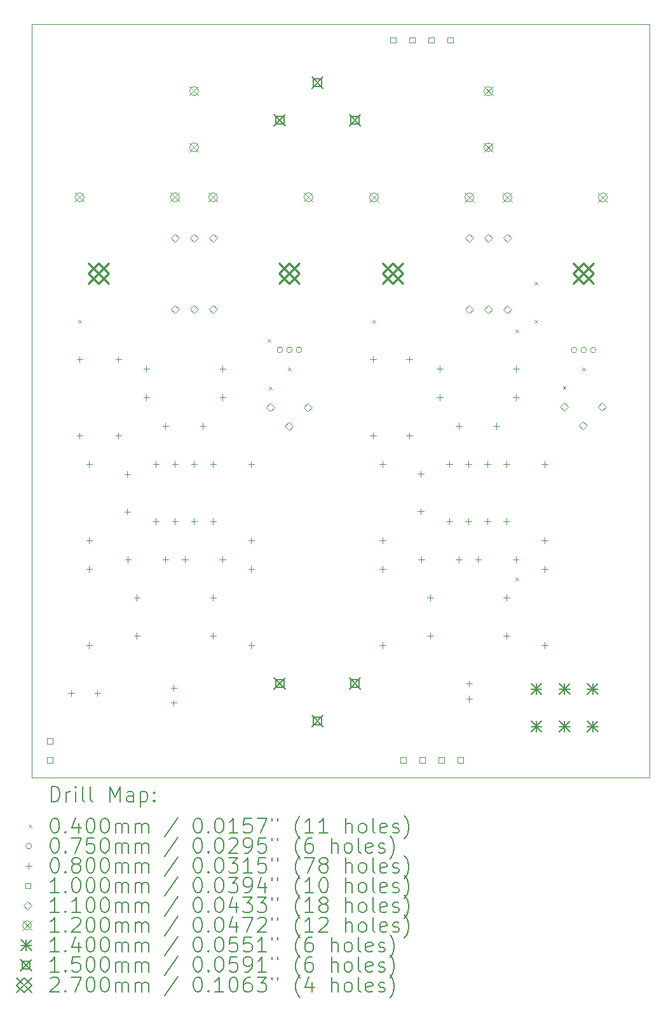
<source format=gbr>
%TF.GenerationSoftware,KiCad,Pcbnew,7.0.7*%
%TF.CreationDate,2024-06-09T16:01:03+02:00*%
%TF.ProjectId,Audio Amplifier,41756469-6f20-4416-9d70-6c6966696572,rev?*%
%TF.SameCoordinates,Original*%
%TF.FileFunction,Drillmap*%
%TF.FilePolarity,Positive*%
%FSLAX45Y45*%
G04 Gerber Fmt 4.5, Leading zero omitted, Abs format (unit mm)*
G04 Created by KiCad (PCBNEW 7.0.7) date 2024-06-09 16:01:03*
%MOMM*%
%LPD*%
G01*
G04 APERTURE LIST*
%ADD10C,0.100000*%
%ADD11C,0.200000*%
%ADD12C,0.040000*%
%ADD13C,0.075000*%
%ADD14C,0.080000*%
%ADD15C,0.110000*%
%ADD16C,0.120000*%
%ADD17C,0.140000*%
%ADD18C,0.150000*%
%ADD19C,0.270000*%
G04 APERTURE END LIST*
D10*
X10176250Y-5316276D02*
X18405850Y-5316276D01*
X18405850Y-15349275D01*
X10176250Y-15349275D01*
X10176250Y-5316276D01*
D11*
D12*
X10791250Y-9249526D02*
X10831250Y-9289526D01*
X10831250Y-9249526D02*
X10791250Y-9289526D01*
X13315000Y-9505000D02*
X13355000Y-9545000D01*
X13355000Y-9505000D02*
X13315000Y-9545000D01*
X13331250Y-10138526D02*
X13371250Y-10178526D01*
X13371250Y-10138526D02*
X13331250Y-10178526D01*
X13585250Y-9884526D02*
X13625250Y-9924526D01*
X13625250Y-9884526D02*
X13585250Y-9924526D01*
X14712000Y-9251000D02*
X14752000Y-9291000D01*
X14752000Y-9251000D02*
X14712000Y-9291000D01*
X16617000Y-9378000D02*
X16657000Y-9418000D01*
X16657000Y-9378000D02*
X16617000Y-9418000D01*
X16617000Y-12680000D02*
X16657000Y-12720000D01*
X16657000Y-12680000D02*
X16617000Y-12720000D01*
X16871000Y-8743000D02*
X16911000Y-8783000D01*
X16911000Y-8743000D02*
X16871000Y-8783000D01*
X16871000Y-9251000D02*
X16911000Y-9291000D01*
X16911000Y-9251000D02*
X16871000Y-9291000D01*
X17248000Y-10134000D02*
X17288000Y-10174000D01*
X17288000Y-10134000D02*
X17248000Y-10174000D01*
X17506000Y-9886000D02*
X17546000Y-9926000D01*
X17546000Y-9886000D02*
X17506000Y-9926000D01*
D13*
X13515750Y-9650526D02*
G75*
G03*
X13515750Y-9650526I-37500J0D01*
G01*
X13642750Y-9650526D02*
G75*
G03*
X13642750Y-9650526I-37500J0D01*
G01*
X13769750Y-9650526D02*
G75*
G03*
X13769750Y-9650526I-37500J0D01*
G01*
X17436500Y-9652000D02*
G75*
G03*
X17436500Y-9652000I-37500J0D01*
G01*
X17563500Y-9652000D02*
G75*
G03*
X17563500Y-9652000I-37500J0D01*
G01*
X17690500Y-9652000D02*
G75*
G03*
X17690500Y-9652000I-37500J0D01*
G01*
D14*
X10699000Y-14184000D02*
X10699000Y-14264000D01*
X10659000Y-14224000D02*
X10739000Y-14224000D01*
X10811250Y-9737526D02*
X10811250Y-9817526D01*
X10771250Y-9777526D02*
X10851250Y-9777526D01*
X10811250Y-10753526D02*
X10811250Y-10833526D01*
X10771250Y-10793526D02*
X10851250Y-10793526D01*
X10938250Y-11133526D02*
X10938250Y-11213525D01*
X10898250Y-11173526D02*
X10978250Y-11173526D01*
X10938250Y-12149525D02*
X10938250Y-12229525D01*
X10898250Y-12189525D02*
X10978250Y-12189525D01*
X10938250Y-12530525D02*
X10938250Y-12610525D01*
X10898250Y-12570525D02*
X10978250Y-12570525D01*
X10938250Y-13546525D02*
X10938250Y-13626525D01*
X10898250Y-13586525D02*
X10978250Y-13586525D01*
X11049000Y-14184000D02*
X11049000Y-14264000D01*
X11009000Y-14224000D02*
X11089000Y-14224000D01*
X11328400Y-9739000D02*
X11328400Y-9819000D01*
X11288400Y-9779000D02*
X11368400Y-9779000D01*
X11328400Y-10755000D02*
X11328400Y-10835000D01*
X11288400Y-10795000D02*
X11368400Y-10795000D01*
X11446250Y-11264525D02*
X11446250Y-11344525D01*
X11406250Y-11304525D02*
X11486250Y-11304525D01*
X11446250Y-11764525D02*
X11446250Y-11844525D01*
X11406250Y-11804525D02*
X11486250Y-11804525D01*
X11454250Y-12403525D02*
X11454250Y-12483525D01*
X11414250Y-12443525D02*
X11494250Y-12443525D01*
X11573250Y-12911525D02*
X11573250Y-12991525D01*
X11533250Y-12951525D02*
X11613250Y-12951525D01*
X11573250Y-13419525D02*
X11573250Y-13499525D01*
X11533250Y-13459525D02*
X11613250Y-13459525D01*
X11700250Y-9863526D02*
X11700250Y-9943526D01*
X11660250Y-9903526D02*
X11740250Y-9903526D01*
X11700250Y-10244526D02*
X11700250Y-10324526D01*
X11660250Y-10284526D02*
X11740250Y-10284526D01*
X11827250Y-11133526D02*
X11827250Y-11213525D01*
X11787250Y-11173526D02*
X11867250Y-11173526D01*
X11827250Y-11895525D02*
X11827250Y-11975525D01*
X11787250Y-11935525D02*
X11867250Y-11935525D01*
X11954250Y-10625526D02*
X11954250Y-10705526D01*
X11914250Y-10665526D02*
X11994250Y-10665526D01*
X11954250Y-12403525D02*
X11954250Y-12483525D01*
X11914250Y-12443525D02*
X11994250Y-12443525D01*
X12065000Y-14111000D02*
X12065000Y-14191000D01*
X12025000Y-14151000D02*
X12105000Y-14151000D01*
X12065000Y-14311000D02*
X12065000Y-14391000D01*
X12025000Y-14351000D02*
X12105000Y-14351000D01*
X12081250Y-11133526D02*
X12081250Y-11213525D01*
X12041250Y-11173526D02*
X12121250Y-11173526D01*
X12081250Y-11895525D02*
X12081250Y-11975525D01*
X12041250Y-11935525D02*
X12121250Y-11935525D01*
X12212250Y-12403525D02*
X12212250Y-12483525D01*
X12172250Y-12443525D02*
X12252250Y-12443525D01*
X12335250Y-11133526D02*
X12335250Y-11213525D01*
X12295250Y-11173526D02*
X12375250Y-11173526D01*
X12335250Y-11895525D02*
X12335250Y-11975525D01*
X12295250Y-11935525D02*
X12375250Y-11935525D01*
X12454250Y-10625526D02*
X12454250Y-10705526D01*
X12414250Y-10665526D02*
X12494250Y-10665526D01*
X12589250Y-11133526D02*
X12589250Y-11213525D01*
X12549250Y-11173526D02*
X12629250Y-11173526D01*
X12589250Y-11895525D02*
X12589250Y-11975525D01*
X12549250Y-11935525D02*
X12629250Y-11935525D01*
X12589250Y-12911525D02*
X12589250Y-12991525D01*
X12549250Y-12951525D02*
X12629250Y-12951525D01*
X12589250Y-13419525D02*
X12589250Y-13499525D01*
X12549250Y-13459525D02*
X12629250Y-13459525D01*
X12712250Y-12403525D02*
X12712250Y-12483525D01*
X12672250Y-12443525D02*
X12752250Y-12443525D01*
X12716250Y-9863526D02*
X12716250Y-9943526D01*
X12676250Y-9903526D02*
X12756250Y-9903526D01*
X12716250Y-10244526D02*
X12716250Y-10324526D01*
X12676250Y-10284526D02*
X12756250Y-10284526D01*
X13097250Y-11134526D02*
X13097250Y-11214525D01*
X13057250Y-11174526D02*
X13137250Y-11174526D01*
X13097250Y-12150525D02*
X13097250Y-12230525D01*
X13057250Y-12190525D02*
X13137250Y-12190525D01*
X13097250Y-12530525D02*
X13097250Y-12610525D01*
X13057250Y-12570525D02*
X13137250Y-12570525D01*
X13097250Y-13546525D02*
X13097250Y-13626525D01*
X13057250Y-13586525D02*
X13137250Y-13586525D01*
X14720000Y-9736000D02*
X14720000Y-9816000D01*
X14680000Y-9776000D02*
X14760000Y-9776000D01*
X14720000Y-10752000D02*
X14720000Y-10832000D01*
X14680000Y-10792000D02*
X14760000Y-10792000D01*
X14847000Y-11132000D02*
X14847000Y-11212000D01*
X14807000Y-11172000D02*
X14887000Y-11172000D01*
X14847000Y-12148000D02*
X14847000Y-12228000D01*
X14807000Y-12188000D02*
X14887000Y-12188000D01*
X14847000Y-12529000D02*
X14847000Y-12609000D01*
X14807000Y-12569000D02*
X14887000Y-12569000D01*
X14847000Y-13545000D02*
X14847000Y-13625000D01*
X14807000Y-13585000D02*
X14887000Y-13585000D01*
X15201900Y-9739000D02*
X15201900Y-9819000D01*
X15161900Y-9779000D02*
X15241900Y-9779000D01*
X15201900Y-10755000D02*
X15201900Y-10835000D01*
X15161900Y-10795000D02*
X15241900Y-10795000D01*
X15355000Y-11263000D02*
X15355000Y-11343000D01*
X15315000Y-11303000D02*
X15395000Y-11303000D01*
X15355000Y-11763000D02*
X15355000Y-11843000D01*
X15315000Y-11803000D02*
X15395000Y-11803000D01*
X15363000Y-12402000D02*
X15363000Y-12482000D01*
X15323000Y-12442000D02*
X15403000Y-12442000D01*
X15482000Y-12910000D02*
X15482000Y-12990000D01*
X15442000Y-12950000D02*
X15522000Y-12950000D01*
X15482000Y-13418000D02*
X15482000Y-13498000D01*
X15442000Y-13458000D02*
X15522000Y-13458000D01*
X15609000Y-9862000D02*
X15609000Y-9942000D01*
X15569000Y-9902000D02*
X15649000Y-9902000D01*
X15609000Y-10243000D02*
X15609000Y-10323000D01*
X15569000Y-10283000D02*
X15649000Y-10283000D01*
X15736000Y-11132000D02*
X15736000Y-11212000D01*
X15696000Y-11172000D02*
X15776000Y-11172000D01*
X15736000Y-11894000D02*
X15736000Y-11974000D01*
X15696000Y-11934000D02*
X15776000Y-11934000D01*
X15863000Y-10624000D02*
X15863000Y-10704000D01*
X15823000Y-10664000D02*
X15903000Y-10664000D01*
X15863000Y-12402000D02*
X15863000Y-12482000D01*
X15823000Y-12442000D02*
X15903000Y-12442000D01*
X15990000Y-11132000D02*
X15990000Y-11212000D01*
X15950000Y-11172000D02*
X16030000Y-11172000D01*
X15990000Y-11894000D02*
X15990000Y-11974000D01*
X15950000Y-11934000D02*
X16030000Y-11934000D01*
X16002000Y-14057000D02*
X16002000Y-14137000D01*
X15962000Y-14097000D02*
X16042000Y-14097000D01*
X16002000Y-14257000D02*
X16002000Y-14337000D01*
X15962000Y-14297000D02*
X16042000Y-14297000D01*
X16121000Y-12402000D02*
X16121000Y-12482000D01*
X16081000Y-12442000D02*
X16161000Y-12442000D01*
X16244000Y-11132000D02*
X16244000Y-11212000D01*
X16204000Y-11172000D02*
X16284000Y-11172000D01*
X16244000Y-11894000D02*
X16244000Y-11974000D01*
X16204000Y-11934000D02*
X16284000Y-11934000D01*
X16363000Y-10624000D02*
X16363000Y-10704000D01*
X16323000Y-10664000D02*
X16403000Y-10664000D01*
X16498000Y-11132000D02*
X16498000Y-11212000D01*
X16458000Y-11172000D02*
X16538000Y-11172000D01*
X16498000Y-11894000D02*
X16498000Y-11974000D01*
X16458000Y-11934000D02*
X16538000Y-11934000D01*
X16498000Y-12910000D02*
X16498000Y-12990000D01*
X16458000Y-12950000D02*
X16538000Y-12950000D01*
X16498000Y-13418000D02*
X16498000Y-13498000D01*
X16458000Y-13458000D02*
X16538000Y-13458000D01*
X16621000Y-12402000D02*
X16621000Y-12482000D01*
X16581000Y-12442000D02*
X16661000Y-12442000D01*
X16625000Y-9862000D02*
X16625000Y-9942000D01*
X16585000Y-9902000D02*
X16665000Y-9902000D01*
X16625000Y-10243000D02*
X16625000Y-10323000D01*
X16585000Y-10283000D02*
X16665000Y-10283000D01*
X17006000Y-11133000D02*
X17006000Y-11213000D01*
X16966000Y-11173000D02*
X17046000Y-11173000D01*
X17006000Y-12149000D02*
X17006000Y-12229000D01*
X16966000Y-12189000D02*
X17046000Y-12189000D01*
X17006000Y-12529000D02*
X17006000Y-12609000D01*
X16966000Y-12569000D02*
X17046000Y-12569000D01*
X17006000Y-13545000D02*
X17006000Y-13625000D01*
X16966000Y-13585000D02*
X17046000Y-13585000D01*
D10*
X10449356Y-14894356D02*
X10449356Y-14823644D01*
X10378644Y-14823644D01*
X10378644Y-14894356D01*
X10449356Y-14894356D01*
X10449356Y-15148356D02*
X10449356Y-15077644D01*
X10378644Y-15077644D01*
X10378644Y-15148356D01*
X10449356Y-15148356D01*
X15021356Y-5559856D02*
X15021356Y-5489144D01*
X14950644Y-5489144D01*
X14950644Y-5559856D01*
X15021356Y-5559856D01*
X15156356Y-15148356D02*
X15156356Y-15077644D01*
X15085644Y-15077644D01*
X15085644Y-15148356D01*
X15156356Y-15148356D01*
X15275356Y-5559856D02*
X15275356Y-5489144D01*
X15204644Y-5489144D01*
X15204644Y-5559856D01*
X15275356Y-5559856D01*
X15410356Y-15148356D02*
X15410356Y-15077644D01*
X15339644Y-15077644D01*
X15339644Y-15148356D01*
X15410356Y-15148356D01*
X15529356Y-5559856D02*
X15529356Y-5489144D01*
X15458644Y-5489144D01*
X15458644Y-5559856D01*
X15529356Y-5559856D01*
X15664356Y-15148356D02*
X15664356Y-15077644D01*
X15593644Y-15077644D01*
X15593644Y-15148356D01*
X15664356Y-15148356D01*
X15783356Y-5559856D02*
X15783356Y-5489144D01*
X15712644Y-5489144D01*
X15712644Y-5559856D01*
X15783356Y-5559856D01*
X15918356Y-15148356D02*
X15918356Y-15077644D01*
X15847644Y-15077644D01*
X15847644Y-15148356D01*
X15918356Y-15148356D01*
D15*
X12081250Y-8214025D02*
X12136250Y-8159025D01*
X12081250Y-8104025D01*
X12026250Y-8159025D01*
X12081250Y-8214025D01*
X12081250Y-9165026D02*
X12136250Y-9110026D01*
X12081250Y-9055026D01*
X12026250Y-9110026D01*
X12081250Y-9165026D01*
X12335250Y-8214025D02*
X12390250Y-8159025D01*
X12335250Y-8104025D01*
X12280250Y-8159025D01*
X12335250Y-8214025D01*
X12335250Y-9165026D02*
X12390250Y-9110026D01*
X12335250Y-9055026D01*
X12280250Y-9110026D01*
X12335250Y-9165026D01*
X12589250Y-8214025D02*
X12644250Y-8159025D01*
X12589250Y-8104025D01*
X12534250Y-8159025D01*
X12589250Y-8214025D01*
X12589250Y-9165026D02*
X12644250Y-9110026D01*
X12589250Y-9055026D01*
X12534250Y-9110026D01*
X12589250Y-9165026D01*
X13351250Y-10469526D02*
X13406250Y-10414526D01*
X13351250Y-10359526D01*
X13296250Y-10414526D01*
X13351250Y-10469526D01*
X13601250Y-10719526D02*
X13656250Y-10664526D01*
X13601250Y-10609526D01*
X13546250Y-10664526D01*
X13601250Y-10719526D01*
X13851250Y-10469526D02*
X13906250Y-10414526D01*
X13851250Y-10359526D01*
X13796250Y-10414526D01*
X13851250Y-10469526D01*
X16002000Y-8215500D02*
X16057000Y-8160500D01*
X16002000Y-8105500D01*
X15947000Y-8160500D01*
X16002000Y-8215500D01*
X16002000Y-9166500D02*
X16057000Y-9111500D01*
X16002000Y-9056500D01*
X15947000Y-9111500D01*
X16002000Y-9166500D01*
X16256000Y-8215500D02*
X16311000Y-8160500D01*
X16256000Y-8105500D01*
X16201000Y-8160500D01*
X16256000Y-8215500D01*
X16256000Y-9166500D02*
X16311000Y-9111500D01*
X16256000Y-9056500D01*
X16201000Y-9111500D01*
X16256000Y-9166500D01*
X16510000Y-8215500D02*
X16565000Y-8160500D01*
X16510000Y-8105500D01*
X16455000Y-8160500D01*
X16510000Y-8215500D01*
X16510000Y-9166500D02*
X16565000Y-9111500D01*
X16510000Y-9056500D01*
X16455000Y-9111500D01*
X16510000Y-9166500D01*
X17268000Y-10465000D02*
X17323000Y-10410000D01*
X17268000Y-10355000D01*
X17213000Y-10410000D01*
X17268000Y-10465000D01*
X17518000Y-10715000D02*
X17573000Y-10660000D01*
X17518000Y-10605000D01*
X17463000Y-10660000D01*
X17518000Y-10715000D01*
X17768000Y-10465000D02*
X17823000Y-10410000D01*
X17768000Y-10355000D01*
X17713000Y-10410000D01*
X17768000Y-10465000D01*
D16*
X10751250Y-7558525D02*
X10871250Y-7678525D01*
X10871250Y-7558525D02*
X10751250Y-7678525D01*
X10871250Y-7618525D02*
G75*
G03*
X10871250Y-7618525I-60000J0D01*
G01*
X12021250Y-7558525D02*
X12141250Y-7678525D01*
X12141250Y-7558525D02*
X12021250Y-7678525D01*
X12141250Y-7618525D02*
G75*
G03*
X12141250Y-7618525I-60000J0D01*
G01*
X12275250Y-6143801D02*
X12395250Y-6263801D01*
X12395250Y-6143801D02*
X12275250Y-6263801D01*
X12395250Y-6203801D02*
G75*
G03*
X12395250Y-6203801I-60000J0D01*
G01*
X12275250Y-6893801D02*
X12395250Y-7013801D01*
X12395250Y-6893801D02*
X12275250Y-7013801D01*
X12395250Y-6953801D02*
G75*
G03*
X12395250Y-6953801I-60000J0D01*
G01*
X12529250Y-7558525D02*
X12649250Y-7678525D01*
X12649250Y-7558525D02*
X12529250Y-7678525D01*
X12649250Y-7618525D02*
G75*
G03*
X12649250Y-7618525I-60000J0D01*
G01*
X13799250Y-7558525D02*
X13919250Y-7678525D01*
X13919250Y-7558525D02*
X13799250Y-7678525D01*
X13919250Y-7618525D02*
G75*
G03*
X13919250Y-7618525I-60000J0D01*
G01*
X14672000Y-7560000D02*
X14792000Y-7680000D01*
X14792000Y-7560000D02*
X14672000Y-7680000D01*
X14792000Y-7620000D02*
G75*
G03*
X14792000Y-7620000I-60000J0D01*
G01*
X15942000Y-7560000D02*
X16062000Y-7680000D01*
X16062000Y-7560000D02*
X15942000Y-7680000D01*
X16062000Y-7620000D02*
G75*
G03*
X16062000Y-7620000I-60000J0D01*
G01*
X16196000Y-6145275D02*
X16316000Y-6265275D01*
X16316000Y-6145275D02*
X16196000Y-6265275D01*
X16316000Y-6205275D02*
G75*
G03*
X16316000Y-6205275I-60000J0D01*
G01*
X16196000Y-6895275D02*
X16316000Y-7015275D01*
X16316000Y-6895275D02*
X16196000Y-7015275D01*
X16316000Y-6955275D02*
G75*
G03*
X16316000Y-6955275I-60000J0D01*
G01*
X16450000Y-7560000D02*
X16570000Y-7680000D01*
X16570000Y-7560000D02*
X16450000Y-7680000D01*
X16570000Y-7620000D02*
G75*
G03*
X16570000Y-7620000I-60000J0D01*
G01*
X17720000Y-7560000D02*
X17840000Y-7680000D01*
X17840000Y-7560000D02*
X17720000Y-7680000D01*
X17840000Y-7620000D02*
G75*
G03*
X17840000Y-7620000I-60000J0D01*
G01*
D17*
X16827000Y-14097000D02*
X16967000Y-14237000D01*
X16967000Y-14097000D02*
X16827000Y-14237000D01*
X16897000Y-14097000D02*
X16897000Y-14237000D01*
X16827000Y-14167000D02*
X16967000Y-14167000D01*
X16827000Y-14597000D02*
X16967000Y-14737000D01*
X16967000Y-14597000D02*
X16827000Y-14737000D01*
X16897000Y-14597000D02*
X16897000Y-14737000D01*
X16827000Y-14667000D02*
X16967000Y-14667000D01*
X17202000Y-14097000D02*
X17342000Y-14237000D01*
X17342000Y-14097000D02*
X17202000Y-14237000D01*
X17272000Y-14097000D02*
X17272000Y-14237000D01*
X17202000Y-14167000D02*
X17342000Y-14167000D01*
X17202000Y-14597000D02*
X17342000Y-14737000D01*
X17342000Y-14597000D02*
X17202000Y-14737000D01*
X17272000Y-14597000D02*
X17272000Y-14737000D01*
X17202000Y-14667000D02*
X17342000Y-14667000D01*
X17577000Y-14097000D02*
X17717000Y-14237000D01*
X17717000Y-14097000D02*
X17577000Y-14237000D01*
X17647000Y-14097000D02*
X17647000Y-14237000D01*
X17577000Y-14167000D02*
X17717000Y-14167000D01*
X17577000Y-14597000D02*
X17717000Y-14737000D01*
X17717000Y-14597000D02*
X17577000Y-14737000D01*
X17647000Y-14597000D02*
X17647000Y-14737000D01*
X17577000Y-14667000D02*
X17717000Y-14667000D01*
D18*
X13403000Y-6517000D02*
X13553000Y-6667000D01*
X13553000Y-6517000D02*
X13403000Y-6667000D01*
X13531033Y-6645033D02*
X13531033Y-6538966D01*
X13424966Y-6538966D01*
X13424966Y-6645033D01*
X13531033Y-6645033D01*
X13403000Y-14017000D02*
X13553000Y-14167000D01*
X13553000Y-14017000D02*
X13403000Y-14167000D01*
X13531033Y-14145033D02*
X13531033Y-14038966D01*
X13424966Y-14038966D01*
X13424966Y-14145033D01*
X13531033Y-14145033D01*
X13903000Y-6017000D02*
X14053000Y-6167000D01*
X14053000Y-6017000D02*
X13903000Y-6167000D01*
X14031033Y-6145033D02*
X14031033Y-6038966D01*
X13924966Y-6038966D01*
X13924966Y-6145033D01*
X14031033Y-6145033D01*
X13903000Y-14517000D02*
X14053000Y-14667000D01*
X14053000Y-14517000D02*
X13903000Y-14667000D01*
X14031033Y-14645033D02*
X14031033Y-14538966D01*
X13924966Y-14538966D01*
X13924966Y-14645033D01*
X14031033Y-14645033D01*
X14403000Y-6517000D02*
X14553000Y-6667000D01*
X14553000Y-6517000D02*
X14403000Y-6667000D01*
X14531033Y-6645033D02*
X14531033Y-6538966D01*
X14424966Y-6538966D01*
X14424966Y-6645033D01*
X14531033Y-6645033D01*
X14403000Y-14017000D02*
X14553000Y-14167000D01*
X14553000Y-14017000D02*
X14403000Y-14167000D01*
X14531033Y-14145033D02*
X14531033Y-14038966D01*
X14424966Y-14038966D01*
X14424966Y-14145033D01*
X14531033Y-14145033D01*
D19*
X10930250Y-8499526D02*
X11200250Y-8769526D01*
X11200250Y-8499526D02*
X10930250Y-8769526D01*
X11065250Y-8769526D02*
X11200250Y-8634526D01*
X11065250Y-8499526D01*
X10930250Y-8634526D01*
X11065250Y-8769526D01*
X13470250Y-8499526D02*
X13740250Y-8769526D01*
X13740250Y-8499526D02*
X13470250Y-8769526D01*
X13605250Y-8769526D02*
X13740250Y-8634526D01*
X13605250Y-8499526D01*
X13470250Y-8634526D01*
X13605250Y-8769526D01*
X14851000Y-8501000D02*
X15121000Y-8771000D01*
X15121000Y-8501000D02*
X14851000Y-8771000D01*
X14986000Y-8771000D02*
X15121000Y-8636000D01*
X14986000Y-8501000D01*
X14851000Y-8636000D01*
X14986000Y-8771000D01*
X17391000Y-8501000D02*
X17661000Y-8771000D01*
X17661000Y-8501000D02*
X17391000Y-8771000D01*
X17526000Y-8771000D02*
X17661000Y-8636000D01*
X17526000Y-8501000D01*
X17391000Y-8636000D01*
X17526000Y-8771000D01*
D11*
X10432027Y-15665759D02*
X10432027Y-15465759D01*
X10432027Y-15465759D02*
X10479646Y-15465759D01*
X10479646Y-15465759D02*
X10508217Y-15475283D01*
X10508217Y-15475283D02*
X10527265Y-15494331D01*
X10527265Y-15494331D02*
X10536789Y-15513378D01*
X10536789Y-15513378D02*
X10546313Y-15551473D01*
X10546313Y-15551473D02*
X10546313Y-15580045D01*
X10546313Y-15580045D02*
X10536789Y-15618140D01*
X10536789Y-15618140D02*
X10527265Y-15637188D01*
X10527265Y-15637188D02*
X10508217Y-15656235D01*
X10508217Y-15656235D02*
X10479646Y-15665759D01*
X10479646Y-15665759D02*
X10432027Y-15665759D01*
X10632027Y-15665759D02*
X10632027Y-15532426D01*
X10632027Y-15570521D02*
X10641551Y-15551473D01*
X10641551Y-15551473D02*
X10651074Y-15541950D01*
X10651074Y-15541950D02*
X10670122Y-15532426D01*
X10670122Y-15532426D02*
X10689170Y-15532426D01*
X10755836Y-15665759D02*
X10755836Y-15532426D01*
X10755836Y-15465759D02*
X10746313Y-15475283D01*
X10746313Y-15475283D02*
X10755836Y-15484807D01*
X10755836Y-15484807D02*
X10765360Y-15475283D01*
X10765360Y-15475283D02*
X10755836Y-15465759D01*
X10755836Y-15465759D02*
X10755836Y-15484807D01*
X10879646Y-15665759D02*
X10860598Y-15656235D01*
X10860598Y-15656235D02*
X10851074Y-15637188D01*
X10851074Y-15637188D02*
X10851074Y-15465759D01*
X10984408Y-15665759D02*
X10965360Y-15656235D01*
X10965360Y-15656235D02*
X10955836Y-15637188D01*
X10955836Y-15637188D02*
X10955836Y-15465759D01*
X11212979Y-15665759D02*
X11212979Y-15465759D01*
X11212979Y-15465759D02*
X11279646Y-15608616D01*
X11279646Y-15608616D02*
X11346312Y-15465759D01*
X11346312Y-15465759D02*
X11346312Y-15665759D01*
X11527265Y-15665759D02*
X11527265Y-15560997D01*
X11527265Y-15560997D02*
X11517741Y-15541950D01*
X11517741Y-15541950D02*
X11498693Y-15532426D01*
X11498693Y-15532426D02*
X11460598Y-15532426D01*
X11460598Y-15532426D02*
X11441551Y-15541950D01*
X11527265Y-15656235D02*
X11508217Y-15665759D01*
X11508217Y-15665759D02*
X11460598Y-15665759D01*
X11460598Y-15665759D02*
X11441551Y-15656235D01*
X11441551Y-15656235D02*
X11432027Y-15637188D01*
X11432027Y-15637188D02*
X11432027Y-15618140D01*
X11432027Y-15618140D02*
X11441551Y-15599093D01*
X11441551Y-15599093D02*
X11460598Y-15589569D01*
X11460598Y-15589569D02*
X11508217Y-15589569D01*
X11508217Y-15589569D02*
X11527265Y-15580045D01*
X11622503Y-15532426D02*
X11622503Y-15732426D01*
X11622503Y-15541950D02*
X11641551Y-15532426D01*
X11641551Y-15532426D02*
X11679646Y-15532426D01*
X11679646Y-15532426D02*
X11698693Y-15541950D01*
X11698693Y-15541950D02*
X11708217Y-15551473D01*
X11708217Y-15551473D02*
X11717741Y-15570521D01*
X11717741Y-15570521D02*
X11717741Y-15627664D01*
X11717741Y-15627664D02*
X11708217Y-15646712D01*
X11708217Y-15646712D02*
X11698693Y-15656235D01*
X11698693Y-15656235D02*
X11679646Y-15665759D01*
X11679646Y-15665759D02*
X11641551Y-15665759D01*
X11641551Y-15665759D02*
X11622503Y-15656235D01*
X11803455Y-15646712D02*
X11812979Y-15656235D01*
X11812979Y-15656235D02*
X11803455Y-15665759D01*
X11803455Y-15665759D02*
X11793932Y-15656235D01*
X11793932Y-15656235D02*
X11803455Y-15646712D01*
X11803455Y-15646712D02*
X11803455Y-15665759D01*
X11803455Y-15541950D02*
X11812979Y-15551473D01*
X11812979Y-15551473D02*
X11803455Y-15560997D01*
X11803455Y-15560997D02*
X11793932Y-15551473D01*
X11793932Y-15551473D02*
X11803455Y-15541950D01*
X11803455Y-15541950D02*
X11803455Y-15560997D01*
D12*
X10131250Y-15974275D02*
X10171250Y-16014275D01*
X10171250Y-15974275D02*
X10131250Y-16014275D01*
D11*
X10470122Y-15885759D02*
X10489170Y-15885759D01*
X10489170Y-15885759D02*
X10508217Y-15895283D01*
X10508217Y-15895283D02*
X10517741Y-15904807D01*
X10517741Y-15904807D02*
X10527265Y-15923854D01*
X10527265Y-15923854D02*
X10536789Y-15961950D01*
X10536789Y-15961950D02*
X10536789Y-16009569D01*
X10536789Y-16009569D02*
X10527265Y-16047664D01*
X10527265Y-16047664D02*
X10517741Y-16066712D01*
X10517741Y-16066712D02*
X10508217Y-16076235D01*
X10508217Y-16076235D02*
X10489170Y-16085759D01*
X10489170Y-16085759D02*
X10470122Y-16085759D01*
X10470122Y-16085759D02*
X10451074Y-16076235D01*
X10451074Y-16076235D02*
X10441551Y-16066712D01*
X10441551Y-16066712D02*
X10432027Y-16047664D01*
X10432027Y-16047664D02*
X10422503Y-16009569D01*
X10422503Y-16009569D02*
X10422503Y-15961950D01*
X10422503Y-15961950D02*
X10432027Y-15923854D01*
X10432027Y-15923854D02*
X10441551Y-15904807D01*
X10441551Y-15904807D02*
X10451074Y-15895283D01*
X10451074Y-15895283D02*
X10470122Y-15885759D01*
X10622503Y-16066712D02*
X10632027Y-16076235D01*
X10632027Y-16076235D02*
X10622503Y-16085759D01*
X10622503Y-16085759D02*
X10612979Y-16076235D01*
X10612979Y-16076235D02*
X10622503Y-16066712D01*
X10622503Y-16066712D02*
X10622503Y-16085759D01*
X10803455Y-15952426D02*
X10803455Y-16085759D01*
X10755836Y-15876235D02*
X10708217Y-16019093D01*
X10708217Y-16019093D02*
X10832027Y-16019093D01*
X10946313Y-15885759D02*
X10965360Y-15885759D01*
X10965360Y-15885759D02*
X10984408Y-15895283D01*
X10984408Y-15895283D02*
X10993932Y-15904807D01*
X10993932Y-15904807D02*
X11003455Y-15923854D01*
X11003455Y-15923854D02*
X11012979Y-15961950D01*
X11012979Y-15961950D02*
X11012979Y-16009569D01*
X11012979Y-16009569D02*
X11003455Y-16047664D01*
X11003455Y-16047664D02*
X10993932Y-16066712D01*
X10993932Y-16066712D02*
X10984408Y-16076235D01*
X10984408Y-16076235D02*
X10965360Y-16085759D01*
X10965360Y-16085759D02*
X10946313Y-16085759D01*
X10946313Y-16085759D02*
X10927265Y-16076235D01*
X10927265Y-16076235D02*
X10917741Y-16066712D01*
X10917741Y-16066712D02*
X10908217Y-16047664D01*
X10908217Y-16047664D02*
X10898694Y-16009569D01*
X10898694Y-16009569D02*
X10898694Y-15961950D01*
X10898694Y-15961950D02*
X10908217Y-15923854D01*
X10908217Y-15923854D02*
X10917741Y-15904807D01*
X10917741Y-15904807D02*
X10927265Y-15895283D01*
X10927265Y-15895283D02*
X10946313Y-15885759D01*
X11136789Y-15885759D02*
X11155836Y-15885759D01*
X11155836Y-15885759D02*
X11174884Y-15895283D01*
X11174884Y-15895283D02*
X11184408Y-15904807D01*
X11184408Y-15904807D02*
X11193932Y-15923854D01*
X11193932Y-15923854D02*
X11203455Y-15961950D01*
X11203455Y-15961950D02*
X11203455Y-16009569D01*
X11203455Y-16009569D02*
X11193932Y-16047664D01*
X11193932Y-16047664D02*
X11184408Y-16066712D01*
X11184408Y-16066712D02*
X11174884Y-16076235D01*
X11174884Y-16076235D02*
X11155836Y-16085759D01*
X11155836Y-16085759D02*
X11136789Y-16085759D01*
X11136789Y-16085759D02*
X11117741Y-16076235D01*
X11117741Y-16076235D02*
X11108217Y-16066712D01*
X11108217Y-16066712D02*
X11098694Y-16047664D01*
X11098694Y-16047664D02*
X11089170Y-16009569D01*
X11089170Y-16009569D02*
X11089170Y-15961950D01*
X11089170Y-15961950D02*
X11098694Y-15923854D01*
X11098694Y-15923854D02*
X11108217Y-15904807D01*
X11108217Y-15904807D02*
X11117741Y-15895283D01*
X11117741Y-15895283D02*
X11136789Y-15885759D01*
X11289170Y-16085759D02*
X11289170Y-15952426D01*
X11289170Y-15971473D02*
X11298693Y-15961950D01*
X11298693Y-15961950D02*
X11317741Y-15952426D01*
X11317741Y-15952426D02*
X11346313Y-15952426D01*
X11346313Y-15952426D02*
X11365360Y-15961950D01*
X11365360Y-15961950D02*
X11374884Y-15980997D01*
X11374884Y-15980997D02*
X11374884Y-16085759D01*
X11374884Y-15980997D02*
X11384408Y-15961950D01*
X11384408Y-15961950D02*
X11403455Y-15952426D01*
X11403455Y-15952426D02*
X11432027Y-15952426D01*
X11432027Y-15952426D02*
X11451074Y-15961950D01*
X11451074Y-15961950D02*
X11460598Y-15980997D01*
X11460598Y-15980997D02*
X11460598Y-16085759D01*
X11555836Y-16085759D02*
X11555836Y-15952426D01*
X11555836Y-15971473D02*
X11565360Y-15961950D01*
X11565360Y-15961950D02*
X11584408Y-15952426D01*
X11584408Y-15952426D02*
X11612979Y-15952426D01*
X11612979Y-15952426D02*
X11632027Y-15961950D01*
X11632027Y-15961950D02*
X11641551Y-15980997D01*
X11641551Y-15980997D02*
X11641551Y-16085759D01*
X11641551Y-15980997D02*
X11651074Y-15961950D01*
X11651074Y-15961950D02*
X11670122Y-15952426D01*
X11670122Y-15952426D02*
X11698693Y-15952426D01*
X11698693Y-15952426D02*
X11717741Y-15961950D01*
X11717741Y-15961950D02*
X11727265Y-15980997D01*
X11727265Y-15980997D02*
X11727265Y-16085759D01*
X12117741Y-15876235D02*
X11946313Y-16133378D01*
X12374884Y-15885759D02*
X12393932Y-15885759D01*
X12393932Y-15885759D02*
X12412979Y-15895283D01*
X12412979Y-15895283D02*
X12422503Y-15904807D01*
X12422503Y-15904807D02*
X12432027Y-15923854D01*
X12432027Y-15923854D02*
X12441551Y-15961950D01*
X12441551Y-15961950D02*
X12441551Y-16009569D01*
X12441551Y-16009569D02*
X12432027Y-16047664D01*
X12432027Y-16047664D02*
X12422503Y-16066712D01*
X12422503Y-16066712D02*
X12412979Y-16076235D01*
X12412979Y-16076235D02*
X12393932Y-16085759D01*
X12393932Y-16085759D02*
X12374884Y-16085759D01*
X12374884Y-16085759D02*
X12355836Y-16076235D01*
X12355836Y-16076235D02*
X12346313Y-16066712D01*
X12346313Y-16066712D02*
X12336789Y-16047664D01*
X12336789Y-16047664D02*
X12327265Y-16009569D01*
X12327265Y-16009569D02*
X12327265Y-15961950D01*
X12327265Y-15961950D02*
X12336789Y-15923854D01*
X12336789Y-15923854D02*
X12346313Y-15904807D01*
X12346313Y-15904807D02*
X12355836Y-15895283D01*
X12355836Y-15895283D02*
X12374884Y-15885759D01*
X12527265Y-16066712D02*
X12536789Y-16076235D01*
X12536789Y-16076235D02*
X12527265Y-16085759D01*
X12527265Y-16085759D02*
X12517741Y-16076235D01*
X12517741Y-16076235D02*
X12527265Y-16066712D01*
X12527265Y-16066712D02*
X12527265Y-16085759D01*
X12660598Y-15885759D02*
X12679646Y-15885759D01*
X12679646Y-15885759D02*
X12698694Y-15895283D01*
X12698694Y-15895283D02*
X12708217Y-15904807D01*
X12708217Y-15904807D02*
X12717741Y-15923854D01*
X12717741Y-15923854D02*
X12727265Y-15961950D01*
X12727265Y-15961950D02*
X12727265Y-16009569D01*
X12727265Y-16009569D02*
X12717741Y-16047664D01*
X12717741Y-16047664D02*
X12708217Y-16066712D01*
X12708217Y-16066712D02*
X12698694Y-16076235D01*
X12698694Y-16076235D02*
X12679646Y-16085759D01*
X12679646Y-16085759D02*
X12660598Y-16085759D01*
X12660598Y-16085759D02*
X12641551Y-16076235D01*
X12641551Y-16076235D02*
X12632027Y-16066712D01*
X12632027Y-16066712D02*
X12622503Y-16047664D01*
X12622503Y-16047664D02*
X12612979Y-16009569D01*
X12612979Y-16009569D02*
X12612979Y-15961950D01*
X12612979Y-15961950D02*
X12622503Y-15923854D01*
X12622503Y-15923854D02*
X12632027Y-15904807D01*
X12632027Y-15904807D02*
X12641551Y-15895283D01*
X12641551Y-15895283D02*
X12660598Y-15885759D01*
X12917741Y-16085759D02*
X12803456Y-16085759D01*
X12860598Y-16085759D02*
X12860598Y-15885759D01*
X12860598Y-15885759D02*
X12841551Y-15914331D01*
X12841551Y-15914331D02*
X12822503Y-15933378D01*
X12822503Y-15933378D02*
X12803456Y-15942902D01*
X13098694Y-15885759D02*
X13003456Y-15885759D01*
X13003456Y-15885759D02*
X12993932Y-15980997D01*
X12993932Y-15980997D02*
X13003456Y-15971473D01*
X13003456Y-15971473D02*
X13022503Y-15961950D01*
X13022503Y-15961950D02*
X13070122Y-15961950D01*
X13070122Y-15961950D02*
X13089170Y-15971473D01*
X13089170Y-15971473D02*
X13098694Y-15980997D01*
X13098694Y-15980997D02*
X13108217Y-16000045D01*
X13108217Y-16000045D02*
X13108217Y-16047664D01*
X13108217Y-16047664D02*
X13098694Y-16066712D01*
X13098694Y-16066712D02*
X13089170Y-16076235D01*
X13089170Y-16076235D02*
X13070122Y-16085759D01*
X13070122Y-16085759D02*
X13022503Y-16085759D01*
X13022503Y-16085759D02*
X13003456Y-16076235D01*
X13003456Y-16076235D02*
X12993932Y-16066712D01*
X13174884Y-15885759D02*
X13308217Y-15885759D01*
X13308217Y-15885759D02*
X13222503Y-16085759D01*
X13374884Y-15885759D02*
X13374884Y-15923854D01*
X13451075Y-15885759D02*
X13451075Y-15923854D01*
X13746313Y-16161950D02*
X13736789Y-16152426D01*
X13736789Y-16152426D02*
X13717741Y-16123854D01*
X13717741Y-16123854D02*
X13708218Y-16104807D01*
X13708218Y-16104807D02*
X13698694Y-16076235D01*
X13698694Y-16076235D02*
X13689170Y-16028616D01*
X13689170Y-16028616D02*
X13689170Y-15990521D01*
X13689170Y-15990521D02*
X13698694Y-15942902D01*
X13698694Y-15942902D02*
X13708218Y-15914331D01*
X13708218Y-15914331D02*
X13717741Y-15895283D01*
X13717741Y-15895283D02*
X13736789Y-15866712D01*
X13736789Y-15866712D02*
X13746313Y-15857188D01*
X13927265Y-16085759D02*
X13812979Y-16085759D01*
X13870122Y-16085759D02*
X13870122Y-15885759D01*
X13870122Y-15885759D02*
X13851075Y-15914331D01*
X13851075Y-15914331D02*
X13832027Y-15933378D01*
X13832027Y-15933378D02*
X13812979Y-15942902D01*
X14117741Y-16085759D02*
X14003456Y-16085759D01*
X14060598Y-16085759D02*
X14060598Y-15885759D01*
X14060598Y-15885759D02*
X14041551Y-15914331D01*
X14041551Y-15914331D02*
X14022503Y-15933378D01*
X14022503Y-15933378D02*
X14003456Y-15942902D01*
X14355837Y-16085759D02*
X14355837Y-15885759D01*
X14441551Y-16085759D02*
X14441551Y-15980997D01*
X14441551Y-15980997D02*
X14432027Y-15961950D01*
X14432027Y-15961950D02*
X14412980Y-15952426D01*
X14412980Y-15952426D02*
X14384408Y-15952426D01*
X14384408Y-15952426D02*
X14365360Y-15961950D01*
X14365360Y-15961950D02*
X14355837Y-15971473D01*
X14565360Y-16085759D02*
X14546313Y-16076235D01*
X14546313Y-16076235D02*
X14536789Y-16066712D01*
X14536789Y-16066712D02*
X14527265Y-16047664D01*
X14527265Y-16047664D02*
X14527265Y-15990521D01*
X14527265Y-15990521D02*
X14536789Y-15971473D01*
X14536789Y-15971473D02*
X14546313Y-15961950D01*
X14546313Y-15961950D02*
X14565360Y-15952426D01*
X14565360Y-15952426D02*
X14593932Y-15952426D01*
X14593932Y-15952426D02*
X14612980Y-15961950D01*
X14612980Y-15961950D02*
X14622503Y-15971473D01*
X14622503Y-15971473D02*
X14632027Y-15990521D01*
X14632027Y-15990521D02*
X14632027Y-16047664D01*
X14632027Y-16047664D02*
X14622503Y-16066712D01*
X14622503Y-16066712D02*
X14612980Y-16076235D01*
X14612980Y-16076235D02*
X14593932Y-16085759D01*
X14593932Y-16085759D02*
X14565360Y-16085759D01*
X14746313Y-16085759D02*
X14727265Y-16076235D01*
X14727265Y-16076235D02*
X14717741Y-16057188D01*
X14717741Y-16057188D02*
X14717741Y-15885759D01*
X14898694Y-16076235D02*
X14879646Y-16085759D01*
X14879646Y-16085759D02*
X14841551Y-16085759D01*
X14841551Y-16085759D02*
X14822503Y-16076235D01*
X14822503Y-16076235D02*
X14812980Y-16057188D01*
X14812980Y-16057188D02*
X14812980Y-15980997D01*
X14812980Y-15980997D02*
X14822503Y-15961950D01*
X14822503Y-15961950D02*
X14841551Y-15952426D01*
X14841551Y-15952426D02*
X14879646Y-15952426D01*
X14879646Y-15952426D02*
X14898694Y-15961950D01*
X14898694Y-15961950D02*
X14908218Y-15980997D01*
X14908218Y-15980997D02*
X14908218Y-16000045D01*
X14908218Y-16000045D02*
X14812980Y-16019093D01*
X14984408Y-16076235D02*
X15003456Y-16085759D01*
X15003456Y-16085759D02*
X15041551Y-16085759D01*
X15041551Y-16085759D02*
X15060599Y-16076235D01*
X15060599Y-16076235D02*
X15070122Y-16057188D01*
X15070122Y-16057188D02*
X15070122Y-16047664D01*
X15070122Y-16047664D02*
X15060599Y-16028616D01*
X15060599Y-16028616D02*
X15041551Y-16019093D01*
X15041551Y-16019093D02*
X15012980Y-16019093D01*
X15012980Y-16019093D02*
X14993932Y-16009569D01*
X14993932Y-16009569D02*
X14984408Y-15990521D01*
X14984408Y-15990521D02*
X14984408Y-15980997D01*
X14984408Y-15980997D02*
X14993932Y-15961950D01*
X14993932Y-15961950D02*
X15012980Y-15952426D01*
X15012980Y-15952426D02*
X15041551Y-15952426D01*
X15041551Y-15952426D02*
X15060599Y-15961950D01*
X15136789Y-16161950D02*
X15146313Y-16152426D01*
X15146313Y-16152426D02*
X15165361Y-16123854D01*
X15165361Y-16123854D02*
X15174884Y-16104807D01*
X15174884Y-16104807D02*
X15184408Y-16076235D01*
X15184408Y-16076235D02*
X15193932Y-16028616D01*
X15193932Y-16028616D02*
X15193932Y-15990521D01*
X15193932Y-15990521D02*
X15184408Y-15942902D01*
X15184408Y-15942902D02*
X15174884Y-15914331D01*
X15174884Y-15914331D02*
X15165361Y-15895283D01*
X15165361Y-15895283D02*
X15146313Y-15866712D01*
X15146313Y-15866712D02*
X15136789Y-15857188D01*
D13*
X10171250Y-16258275D02*
G75*
G03*
X10171250Y-16258275I-37500J0D01*
G01*
D11*
X10470122Y-16149759D02*
X10489170Y-16149759D01*
X10489170Y-16149759D02*
X10508217Y-16159283D01*
X10508217Y-16159283D02*
X10517741Y-16168807D01*
X10517741Y-16168807D02*
X10527265Y-16187854D01*
X10527265Y-16187854D02*
X10536789Y-16225950D01*
X10536789Y-16225950D02*
X10536789Y-16273569D01*
X10536789Y-16273569D02*
X10527265Y-16311664D01*
X10527265Y-16311664D02*
X10517741Y-16330712D01*
X10517741Y-16330712D02*
X10508217Y-16340235D01*
X10508217Y-16340235D02*
X10489170Y-16349759D01*
X10489170Y-16349759D02*
X10470122Y-16349759D01*
X10470122Y-16349759D02*
X10451074Y-16340235D01*
X10451074Y-16340235D02*
X10441551Y-16330712D01*
X10441551Y-16330712D02*
X10432027Y-16311664D01*
X10432027Y-16311664D02*
X10422503Y-16273569D01*
X10422503Y-16273569D02*
X10422503Y-16225950D01*
X10422503Y-16225950D02*
X10432027Y-16187854D01*
X10432027Y-16187854D02*
X10441551Y-16168807D01*
X10441551Y-16168807D02*
X10451074Y-16159283D01*
X10451074Y-16159283D02*
X10470122Y-16149759D01*
X10622503Y-16330712D02*
X10632027Y-16340235D01*
X10632027Y-16340235D02*
X10622503Y-16349759D01*
X10622503Y-16349759D02*
X10612979Y-16340235D01*
X10612979Y-16340235D02*
X10622503Y-16330712D01*
X10622503Y-16330712D02*
X10622503Y-16349759D01*
X10698694Y-16149759D02*
X10832027Y-16149759D01*
X10832027Y-16149759D02*
X10746313Y-16349759D01*
X11003455Y-16149759D02*
X10908217Y-16149759D01*
X10908217Y-16149759D02*
X10898694Y-16244997D01*
X10898694Y-16244997D02*
X10908217Y-16235473D01*
X10908217Y-16235473D02*
X10927265Y-16225950D01*
X10927265Y-16225950D02*
X10974884Y-16225950D01*
X10974884Y-16225950D02*
X10993932Y-16235473D01*
X10993932Y-16235473D02*
X11003455Y-16244997D01*
X11003455Y-16244997D02*
X11012979Y-16264045D01*
X11012979Y-16264045D02*
X11012979Y-16311664D01*
X11012979Y-16311664D02*
X11003455Y-16330712D01*
X11003455Y-16330712D02*
X10993932Y-16340235D01*
X10993932Y-16340235D02*
X10974884Y-16349759D01*
X10974884Y-16349759D02*
X10927265Y-16349759D01*
X10927265Y-16349759D02*
X10908217Y-16340235D01*
X10908217Y-16340235D02*
X10898694Y-16330712D01*
X11136789Y-16149759D02*
X11155836Y-16149759D01*
X11155836Y-16149759D02*
X11174884Y-16159283D01*
X11174884Y-16159283D02*
X11184408Y-16168807D01*
X11184408Y-16168807D02*
X11193932Y-16187854D01*
X11193932Y-16187854D02*
X11203455Y-16225950D01*
X11203455Y-16225950D02*
X11203455Y-16273569D01*
X11203455Y-16273569D02*
X11193932Y-16311664D01*
X11193932Y-16311664D02*
X11184408Y-16330712D01*
X11184408Y-16330712D02*
X11174884Y-16340235D01*
X11174884Y-16340235D02*
X11155836Y-16349759D01*
X11155836Y-16349759D02*
X11136789Y-16349759D01*
X11136789Y-16349759D02*
X11117741Y-16340235D01*
X11117741Y-16340235D02*
X11108217Y-16330712D01*
X11108217Y-16330712D02*
X11098694Y-16311664D01*
X11098694Y-16311664D02*
X11089170Y-16273569D01*
X11089170Y-16273569D02*
X11089170Y-16225950D01*
X11089170Y-16225950D02*
X11098694Y-16187854D01*
X11098694Y-16187854D02*
X11108217Y-16168807D01*
X11108217Y-16168807D02*
X11117741Y-16159283D01*
X11117741Y-16159283D02*
X11136789Y-16149759D01*
X11289170Y-16349759D02*
X11289170Y-16216426D01*
X11289170Y-16235473D02*
X11298693Y-16225950D01*
X11298693Y-16225950D02*
X11317741Y-16216426D01*
X11317741Y-16216426D02*
X11346313Y-16216426D01*
X11346313Y-16216426D02*
X11365360Y-16225950D01*
X11365360Y-16225950D02*
X11374884Y-16244997D01*
X11374884Y-16244997D02*
X11374884Y-16349759D01*
X11374884Y-16244997D02*
X11384408Y-16225950D01*
X11384408Y-16225950D02*
X11403455Y-16216426D01*
X11403455Y-16216426D02*
X11432027Y-16216426D01*
X11432027Y-16216426D02*
X11451074Y-16225950D01*
X11451074Y-16225950D02*
X11460598Y-16244997D01*
X11460598Y-16244997D02*
X11460598Y-16349759D01*
X11555836Y-16349759D02*
X11555836Y-16216426D01*
X11555836Y-16235473D02*
X11565360Y-16225950D01*
X11565360Y-16225950D02*
X11584408Y-16216426D01*
X11584408Y-16216426D02*
X11612979Y-16216426D01*
X11612979Y-16216426D02*
X11632027Y-16225950D01*
X11632027Y-16225950D02*
X11641551Y-16244997D01*
X11641551Y-16244997D02*
X11641551Y-16349759D01*
X11641551Y-16244997D02*
X11651074Y-16225950D01*
X11651074Y-16225950D02*
X11670122Y-16216426D01*
X11670122Y-16216426D02*
X11698693Y-16216426D01*
X11698693Y-16216426D02*
X11717741Y-16225950D01*
X11717741Y-16225950D02*
X11727265Y-16244997D01*
X11727265Y-16244997D02*
X11727265Y-16349759D01*
X12117741Y-16140235D02*
X11946313Y-16397378D01*
X12374884Y-16149759D02*
X12393932Y-16149759D01*
X12393932Y-16149759D02*
X12412979Y-16159283D01*
X12412979Y-16159283D02*
X12422503Y-16168807D01*
X12422503Y-16168807D02*
X12432027Y-16187854D01*
X12432027Y-16187854D02*
X12441551Y-16225950D01*
X12441551Y-16225950D02*
X12441551Y-16273569D01*
X12441551Y-16273569D02*
X12432027Y-16311664D01*
X12432027Y-16311664D02*
X12422503Y-16330712D01*
X12422503Y-16330712D02*
X12412979Y-16340235D01*
X12412979Y-16340235D02*
X12393932Y-16349759D01*
X12393932Y-16349759D02*
X12374884Y-16349759D01*
X12374884Y-16349759D02*
X12355836Y-16340235D01*
X12355836Y-16340235D02*
X12346313Y-16330712D01*
X12346313Y-16330712D02*
X12336789Y-16311664D01*
X12336789Y-16311664D02*
X12327265Y-16273569D01*
X12327265Y-16273569D02*
X12327265Y-16225950D01*
X12327265Y-16225950D02*
X12336789Y-16187854D01*
X12336789Y-16187854D02*
X12346313Y-16168807D01*
X12346313Y-16168807D02*
X12355836Y-16159283D01*
X12355836Y-16159283D02*
X12374884Y-16149759D01*
X12527265Y-16330712D02*
X12536789Y-16340235D01*
X12536789Y-16340235D02*
X12527265Y-16349759D01*
X12527265Y-16349759D02*
X12517741Y-16340235D01*
X12517741Y-16340235D02*
X12527265Y-16330712D01*
X12527265Y-16330712D02*
X12527265Y-16349759D01*
X12660598Y-16149759D02*
X12679646Y-16149759D01*
X12679646Y-16149759D02*
X12698694Y-16159283D01*
X12698694Y-16159283D02*
X12708217Y-16168807D01*
X12708217Y-16168807D02*
X12717741Y-16187854D01*
X12717741Y-16187854D02*
X12727265Y-16225950D01*
X12727265Y-16225950D02*
X12727265Y-16273569D01*
X12727265Y-16273569D02*
X12717741Y-16311664D01*
X12717741Y-16311664D02*
X12708217Y-16330712D01*
X12708217Y-16330712D02*
X12698694Y-16340235D01*
X12698694Y-16340235D02*
X12679646Y-16349759D01*
X12679646Y-16349759D02*
X12660598Y-16349759D01*
X12660598Y-16349759D02*
X12641551Y-16340235D01*
X12641551Y-16340235D02*
X12632027Y-16330712D01*
X12632027Y-16330712D02*
X12622503Y-16311664D01*
X12622503Y-16311664D02*
X12612979Y-16273569D01*
X12612979Y-16273569D02*
X12612979Y-16225950D01*
X12612979Y-16225950D02*
X12622503Y-16187854D01*
X12622503Y-16187854D02*
X12632027Y-16168807D01*
X12632027Y-16168807D02*
X12641551Y-16159283D01*
X12641551Y-16159283D02*
X12660598Y-16149759D01*
X12803456Y-16168807D02*
X12812979Y-16159283D01*
X12812979Y-16159283D02*
X12832027Y-16149759D01*
X12832027Y-16149759D02*
X12879646Y-16149759D01*
X12879646Y-16149759D02*
X12898694Y-16159283D01*
X12898694Y-16159283D02*
X12908217Y-16168807D01*
X12908217Y-16168807D02*
X12917741Y-16187854D01*
X12917741Y-16187854D02*
X12917741Y-16206902D01*
X12917741Y-16206902D02*
X12908217Y-16235473D01*
X12908217Y-16235473D02*
X12793932Y-16349759D01*
X12793932Y-16349759D02*
X12917741Y-16349759D01*
X13012979Y-16349759D02*
X13051075Y-16349759D01*
X13051075Y-16349759D02*
X13070122Y-16340235D01*
X13070122Y-16340235D02*
X13079646Y-16330712D01*
X13079646Y-16330712D02*
X13098694Y-16302140D01*
X13098694Y-16302140D02*
X13108217Y-16264045D01*
X13108217Y-16264045D02*
X13108217Y-16187854D01*
X13108217Y-16187854D02*
X13098694Y-16168807D01*
X13098694Y-16168807D02*
X13089170Y-16159283D01*
X13089170Y-16159283D02*
X13070122Y-16149759D01*
X13070122Y-16149759D02*
X13032027Y-16149759D01*
X13032027Y-16149759D02*
X13012979Y-16159283D01*
X13012979Y-16159283D02*
X13003456Y-16168807D01*
X13003456Y-16168807D02*
X12993932Y-16187854D01*
X12993932Y-16187854D02*
X12993932Y-16235473D01*
X12993932Y-16235473D02*
X13003456Y-16254521D01*
X13003456Y-16254521D02*
X13012979Y-16264045D01*
X13012979Y-16264045D02*
X13032027Y-16273569D01*
X13032027Y-16273569D02*
X13070122Y-16273569D01*
X13070122Y-16273569D02*
X13089170Y-16264045D01*
X13089170Y-16264045D02*
X13098694Y-16254521D01*
X13098694Y-16254521D02*
X13108217Y-16235473D01*
X13289170Y-16149759D02*
X13193932Y-16149759D01*
X13193932Y-16149759D02*
X13184408Y-16244997D01*
X13184408Y-16244997D02*
X13193932Y-16235473D01*
X13193932Y-16235473D02*
X13212979Y-16225950D01*
X13212979Y-16225950D02*
X13260598Y-16225950D01*
X13260598Y-16225950D02*
X13279646Y-16235473D01*
X13279646Y-16235473D02*
X13289170Y-16244997D01*
X13289170Y-16244997D02*
X13298694Y-16264045D01*
X13298694Y-16264045D02*
X13298694Y-16311664D01*
X13298694Y-16311664D02*
X13289170Y-16330712D01*
X13289170Y-16330712D02*
X13279646Y-16340235D01*
X13279646Y-16340235D02*
X13260598Y-16349759D01*
X13260598Y-16349759D02*
X13212979Y-16349759D01*
X13212979Y-16349759D02*
X13193932Y-16340235D01*
X13193932Y-16340235D02*
X13184408Y-16330712D01*
X13374884Y-16149759D02*
X13374884Y-16187854D01*
X13451075Y-16149759D02*
X13451075Y-16187854D01*
X13746313Y-16425950D02*
X13736789Y-16416426D01*
X13736789Y-16416426D02*
X13717741Y-16387854D01*
X13717741Y-16387854D02*
X13708218Y-16368807D01*
X13708218Y-16368807D02*
X13698694Y-16340235D01*
X13698694Y-16340235D02*
X13689170Y-16292616D01*
X13689170Y-16292616D02*
X13689170Y-16254521D01*
X13689170Y-16254521D02*
X13698694Y-16206902D01*
X13698694Y-16206902D02*
X13708218Y-16178331D01*
X13708218Y-16178331D02*
X13717741Y-16159283D01*
X13717741Y-16159283D02*
X13736789Y-16130712D01*
X13736789Y-16130712D02*
X13746313Y-16121188D01*
X13908218Y-16149759D02*
X13870122Y-16149759D01*
X13870122Y-16149759D02*
X13851075Y-16159283D01*
X13851075Y-16159283D02*
X13841551Y-16168807D01*
X13841551Y-16168807D02*
X13822503Y-16197378D01*
X13822503Y-16197378D02*
X13812979Y-16235473D01*
X13812979Y-16235473D02*
X13812979Y-16311664D01*
X13812979Y-16311664D02*
X13822503Y-16330712D01*
X13822503Y-16330712D02*
X13832027Y-16340235D01*
X13832027Y-16340235D02*
X13851075Y-16349759D01*
X13851075Y-16349759D02*
X13889170Y-16349759D01*
X13889170Y-16349759D02*
X13908218Y-16340235D01*
X13908218Y-16340235D02*
X13917741Y-16330712D01*
X13917741Y-16330712D02*
X13927265Y-16311664D01*
X13927265Y-16311664D02*
X13927265Y-16264045D01*
X13927265Y-16264045D02*
X13917741Y-16244997D01*
X13917741Y-16244997D02*
X13908218Y-16235473D01*
X13908218Y-16235473D02*
X13889170Y-16225950D01*
X13889170Y-16225950D02*
X13851075Y-16225950D01*
X13851075Y-16225950D02*
X13832027Y-16235473D01*
X13832027Y-16235473D02*
X13822503Y-16244997D01*
X13822503Y-16244997D02*
X13812979Y-16264045D01*
X14165360Y-16349759D02*
X14165360Y-16149759D01*
X14251075Y-16349759D02*
X14251075Y-16244997D01*
X14251075Y-16244997D02*
X14241551Y-16225950D01*
X14241551Y-16225950D02*
X14222503Y-16216426D01*
X14222503Y-16216426D02*
X14193932Y-16216426D01*
X14193932Y-16216426D02*
X14174884Y-16225950D01*
X14174884Y-16225950D02*
X14165360Y-16235473D01*
X14374884Y-16349759D02*
X14355837Y-16340235D01*
X14355837Y-16340235D02*
X14346313Y-16330712D01*
X14346313Y-16330712D02*
X14336789Y-16311664D01*
X14336789Y-16311664D02*
X14336789Y-16254521D01*
X14336789Y-16254521D02*
X14346313Y-16235473D01*
X14346313Y-16235473D02*
X14355837Y-16225950D01*
X14355837Y-16225950D02*
X14374884Y-16216426D01*
X14374884Y-16216426D02*
X14403456Y-16216426D01*
X14403456Y-16216426D02*
X14422503Y-16225950D01*
X14422503Y-16225950D02*
X14432027Y-16235473D01*
X14432027Y-16235473D02*
X14441551Y-16254521D01*
X14441551Y-16254521D02*
X14441551Y-16311664D01*
X14441551Y-16311664D02*
X14432027Y-16330712D01*
X14432027Y-16330712D02*
X14422503Y-16340235D01*
X14422503Y-16340235D02*
X14403456Y-16349759D01*
X14403456Y-16349759D02*
X14374884Y-16349759D01*
X14555837Y-16349759D02*
X14536789Y-16340235D01*
X14536789Y-16340235D02*
X14527265Y-16321188D01*
X14527265Y-16321188D02*
X14527265Y-16149759D01*
X14708218Y-16340235D02*
X14689170Y-16349759D01*
X14689170Y-16349759D02*
X14651075Y-16349759D01*
X14651075Y-16349759D02*
X14632027Y-16340235D01*
X14632027Y-16340235D02*
X14622503Y-16321188D01*
X14622503Y-16321188D02*
X14622503Y-16244997D01*
X14622503Y-16244997D02*
X14632027Y-16225950D01*
X14632027Y-16225950D02*
X14651075Y-16216426D01*
X14651075Y-16216426D02*
X14689170Y-16216426D01*
X14689170Y-16216426D02*
X14708218Y-16225950D01*
X14708218Y-16225950D02*
X14717741Y-16244997D01*
X14717741Y-16244997D02*
X14717741Y-16264045D01*
X14717741Y-16264045D02*
X14622503Y-16283093D01*
X14793932Y-16340235D02*
X14812980Y-16349759D01*
X14812980Y-16349759D02*
X14851075Y-16349759D01*
X14851075Y-16349759D02*
X14870122Y-16340235D01*
X14870122Y-16340235D02*
X14879646Y-16321188D01*
X14879646Y-16321188D02*
X14879646Y-16311664D01*
X14879646Y-16311664D02*
X14870122Y-16292616D01*
X14870122Y-16292616D02*
X14851075Y-16283093D01*
X14851075Y-16283093D02*
X14822503Y-16283093D01*
X14822503Y-16283093D02*
X14803456Y-16273569D01*
X14803456Y-16273569D02*
X14793932Y-16254521D01*
X14793932Y-16254521D02*
X14793932Y-16244997D01*
X14793932Y-16244997D02*
X14803456Y-16225950D01*
X14803456Y-16225950D02*
X14822503Y-16216426D01*
X14822503Y-16216426D02*
X14851075Y-16216426D01*
X14851075Y-16216426D02*
X14870122Y-16225950D01*
X14946313Y-16425950D02*
X14955837Y-16416426D01*
X14955837Y-16416426D02*
X14974884Y-16387854D01*
X14974884Y-16387854D02*
X14984408Y-16368807D01*
X14984408Y-16368807D02*
X14993932Y-16340235D01*
X14993932Y-16340235D02*
X15003456Y-16292616D01*
X15003456Y-16292616D02*
X15003456Y-16254521D01*
X15003456Y-16254521D02*
X14993932Y-16206902D01*
X14993932Y-16206902D02*
X14984408Y-16178331D01*
X14984408Y-16178331D02*
X14974884Y-16159283D01*
X14974884Y-16159283D02*
X14955837Y-16130712D01*
X14955837Y-16130712D02*
X14946313Y-16121188D01*
D14*
X10131250Y-16482275D02*
X10131250Y-16562275D01*
X10091250Y-16522275D02*
X10171250Y-16522275D01*
D11*
X10470122Y-16413759D02*
X10489170Y-16413759D01*
X10489170Y-16413759D02*
X10508217Y-16423283D01*
X10508217Y-16423283D02*
X10517741Y-16432807D01*
X10517741Y-16432807D02*
X10527265Y-16451854D01*
X10527265Y-16451854D02*
X10536789Y-16489950D01*
X10536789Y-16489950D02*
X10536789Y-16537569D01*
X10536789Y-16537569D02*
X10527265Y-16575664D01*
X10527265Y-16575664D02*
X10517741Y-16594712D01*
X10517741Y-16594712D02*
X10508217Y-16604235D01*
X10508217Y-16604235D02*
X10489170Y-16613759D01*
X10489170Y-16613759D02*
X10470122Y-16613759D01*
X10470122Y-16613759D02*
X10451074Y-16604235D01*
X10451074Y-16604235D02*
X10441551Y-16594712D01*
X10441551Y-16594712D02*
X10432027Y-16575664D01*
X10432027Y-16575664D02*
X10422503Y-16537569D01*
X10422503Y-16537569D02*
X10422503Y-16489950D01*
X10422503Y-16489950D02*
X10432027Y-16451854D01*
X10432027Y-16451854D02*
X10441551Y-16432807D01*
X10441551Y-16432807D02*
X10451074Y-16423283D01*
X10451074Y-16423283D02*
X10470122Y-16413759D01*
X10622503Y-16594712D02*
X10632027Y-16604235D01*
X10632027Y-16604235D02*
X10622503Y-16613759D01*
X10622503Y-16613759D02*
X10612979Y-16604235D01*
X10612979Y-16604235D02*
X10622503Y-16594712D01*
X10622503Y-16594712D02*
X10622503Y-16613759D01*
X10746313Y-16499473D02*
X10727265Y-16489950D01*
X10727265Y-16489950D02*
X10717741Y-16480426D01*
X10717741Y-16480426D02*
X10708217Y-16461378D01*
X10708217Y-16461378D02*
X10708217Y-16451854D01*
X10708217Y-16451854D02*
X10717741Y-16432807D01*
X10717741Y-16432807D02*
X10727265Y-16423283D01*
X10727265Y-16423283D02*
X10746313Y-16413759D01*
X10746313Y-16413759D02*
X10784408Y-16413759D01*
X10784408Y-16413759D02*
X10803455Y-16423283D01*
X10803455Y-16423283D02*
X10812979Y-16432807D01*
X10812979Y-16432807D02*
X10822503Y-16451854D01*
X10822503Y-16451854D02*
X10822503Y-16461378D01*
X10822503Y-16461378D02*
X10812979Y-16480426D01*
X10812979Y-16480426D02*
X10803455Y-16489950D01*
X10803455Y-16489950D02*
X10784408Y-16499473D01*
X10784408Y-16499473D02*
X10746313Y-16499473D01*
X10746313Y-16499473D02*
X10727265Y-16508997D01*
X10727265Y-16508997D02*
X10717741Y-16518521D01*
X10717741Y-16518521D02*
X10708217Y-16537569D01*
X10708217Y-16537569D02*
X10708217Y-16575664D01*
X10708217Y-16575664D02*
X10717741Y-16594712D01*
X10717741Y-16594712D02*
X10727265Y-16604235D01*
X10727265Y-16604235D02*
X10746313Y-16613759D01*
X10746313Y-16613759D02*
X10784408Y-16613759D01*
X10784408Y-16613759D02*
X10803455Y-16604235D01*
X10803455Y-16604235D02*
X10812979Y-16594712D01*
X10812979Y-16594712D02*
X10822503Y-16575664D01*
X10822503Y-16575664D02*
X10822503Y-16537569D01*
X10822503Y-16537569D02*
X10812979Y-16518521D01*
X10812979Y-16518521D02*
X10803455Y-16508997D01*
X10803455Y-16508997D02*
X10784408Y-16499473D01*
X10946313Y-16413759D02*
X10965360Y-16413759D01*
X10965360Y-16413759D02*
X10984408Y-16423283D01*
X10984408Y-16423283D02*
X10993932Y-16432807D01*
X10993932Y-16432807D02*
X11003455Y-16451854D01*
X11003455Y-16451854D02*
X11012979Y-16489950D01*
X11012979Y-16489950D02*
X11012979Y-16537569D01*
X11012979Y-16537569D02*
X11003455Y-16575664D01*
X11003455Y-16575664D02*
X10993932Y-16594712D01*
X10993932Y-16594712D02*
X10984408Y-16604235D01*
X10984408Y-16604235D02*
X10965360Y-16613759D01*
X10965360Y-16613759D02*
X10946313Y-16613759D01*
X10946313Y-16613759D02*
X10927265Y-16604235D01*
X10927265Y-16604235D02*
X10917741Y-16594712D01*
X10917741Y-16594712D02*
X10908217Y-16575664D01*
X10908217Y-16575664D02*
X10898694Y-16537569D01*
X10898694Y-16537569D02*
X10898694Y-16489950D01*
X10898694Y-16489950D02*
X10908217Y-16451854D01*
X10908217Y-16451854D02*
X10917741Y-16432807D01*
X10917741Y-16432807D02*
X10927265Y-16423283D01*
X10927265Y-16423283D02*
X10946313Y-16413759D01*
X11136789Y-16413759D02*
X11155836Y-16413759D01*
X11155836Y-16413759D02*
X11174884Y-16423283D01*
X11174884Y-16423283D02*
X11184408Y-16432807D01*
X11184408Y-16432807D02*
X11193932Y-16451854D01*
X11193932Y-16451854D02*
X11203455Y-16489950D01*
X11203455Y-16489950D02*
X11203455Y-16537569D01*
X11203455Y-16537569D02*
X11193932Y-16575664D01*
X11193932Y-16575664D02*
X11184408Y-16594712D01*
X11184408Y-16594712D02*
X11174884Y-16604235D01*
X11174884Y-16604235D02*
X11155836Y-16613759D01*
X11155836Y-16613759D02*
X11136789Y-16613759D01*
X11136789Y-16613759D02*
X11117741Y-16604235D01*
X11117741Y-16604235D02*
X11108217Y-16594712D01*
X11108217Y-16594712D02*
X11098694Y-16575664D01*
X11098694Y-16575664D02*
X11089170Y-16537569D01*
X11089170Y-16537569D02*
X11089170Y-16489950D01*
X11089170Y-16489950D02*
X11098694Y-16451854D01*
X11098694Y-16451854D02*
X11108217Y-16432807D01*
X11108217Y-16432807D02*
X11117741Y-16423283D01*
X11117741Y-16423283D02*
X11136789Y-16413759D01*
X11289170Y-16613759D02*
X11289170Y-16480426D01*
X11289170Y-16499473D02*
X11298693Y-16489950D01*
X11298693Y-16489950D02*
X11317741Y-16480426D01*
X11317741Y-16480426D02*
X11346313Y-16480426D01*
X11346313Y-16480426D02*
X11365360Y-16489950D01*
X11365360Y-16489950D02*
X11374884Y-16508997D01*
X11374884Y-16508997D02*
X11374884Y-16613759D01*
X11374884Y-16508997D02*
X11384408Y-16489950D01*
X11384408Y-16489950D02*
X11403455Y-16480426D01*
X11403455Y-16480426D02*
X11432027Y-16480426D01*
X11432027Y-16480426D02*
X11451074Y-16489950D01*
X11451074Y-16489950D02*
X11460598Y-16508997D01*
X11460598Y-16508997D02*
X11460598Y-16613759D01*
X11555836Y-16613759D02*
X11555836Y-16480426D01*
X11555836Y-16499473D02*
X11565360Y-16489950D01*
X11565360Y-16489950D02*
X11584408Y-16480426D01*
X11584408Y-16480426D02*
X11612979Y-16480426D01*
X11612979Y-16480426D02*
X11632027Y-16489950D01*
X11632027Y-16489950D02*
X11641551Y-16508997D01*
X11641551Y-16508997D02*
X11641551Y-16613759D01*
X11641551Y-16508997D02*
X11651074Y-16489950D01*
X11651074Y-16489950D02*
X11670122Y-16480426D01*
X11670122Y-16480426D02*
X11698693Y-16480426D01*
X11698693Y-16480426D02*
X11717741Y-16489950D01*
X11717741Y-16489950D02*
X11727265Y-16508997D01*
X11727265Y-16508997D02*
X11727265Y-16613759D01*
X12117741Y-16404235D02*
X11946313Y-16661378D01*
X12374884Y-16413759D02*
X12393932Y-16413759D01*
X12393932Y-16413759D02*
X12412979Y-16423283D01*
X12412979Y-16423283D02*
X12422503Y-16432807D01*
X12422503Y-16432807D02*
X12432027Y-16451854D01*
X12432027Y-16451854D02*
X12441551Y-16489950D01*
X12441551Y-16489950D02*
X12441551Y-16537569D01*
X12441551Y-16537569D02*
X12432027Y-16575664D01*
X12432027Y-16575664D02*
X12422503Y-16594712D01*
X12422503Y-16594712D02*
X12412979Y-16604235D01*
X12412979Y-16604235D02*
X12393932Y-16613759D01*
X12393932Y-16613759D02*
X12374884Y-16613759D01*
X12374884Y-16613759D02*
X12355836Y-16604235D01*
X12355836Y-16604235D02*
X12346313Y-16594712D01*
X12346313Y-16594712D02*
X12336789Y-16575664D01*
X12336789Y-16575664D02*
X12327265Y-16537569D01*
X12327265Y-16537569D02*
X12327265Y-16489950D01*
X12327265Y-16489950D02*
X12336789Y-16451854D01*
X12336789Y-16451854D02*
X12346313Y-16432807D01*
X12346313Y-16432807D02*
X12355836Y-16423283D01*
X12355836Y-16423283D02*
X12374884Y-16413759D01*
X12527265Y-16594712D02*
X12536789Y-16604235D01*
X12536789Y-16604235D02*
X12527265Y-16613759D01*
X12527265Y-16613759D02*
X12517741Y-16604235D01*
X12517741Y-16604235D02*
X12527265Y-16594712D01*
X12527265Y-16594712D02*
X12527265Y-16613759D01*
X12660598Y-16413759D02*
X12679646Y-16413759D01*
X12679646Y-16413759D02*
X12698694Y-16423283D01*
X12698694Y-16423283D02*
X12708217Y-16432807D01*
X12708217Y-16432807D02*
X12717741Y-16451854D01*
X12717741Y-16451854D02*
X12727265Y-16489950D01*
X12727265Y-16489950D02*
X12727265Y-16537569D01*
X12727265Y-16537569D02*
X12717741Y-16575664D01*
X12717741Y-16575664D02*
X12708217Y-16594712D01*
X12708217Y-16594712D02*
X12698694Y-16604235D01*
X12698694Y-16604235D02*
X12679646Y-16613759D01*
X12679646Y-16613759D02*
X12660598Y-16613759D01*
X12660598Y-16613759D02*
X12641551Y-16604235D01*
X12641551Y-16604235D02*
X12632027Y-16594712D01*
X12632027Y-16594712D02*
X12622503Y-16575664D01*
X12622503Y-16575664D02*
X12612979Y-16537569D01*
X12612979Y-16537569D02*
X12612979Y-16489950D01*
X12612979Y-16489950D02*
X12622503Y-16451854D01*
X12622503Y-16451854D02*
X12632027Y-16432807D01*
X12632027Y-16432807D02*
X12641551Y-16423283D01*
X12641551Y-16423283D02*
X12660598Y-16413759D01*
X12793932Y-16413759D02*
X12917741Y-16413759D01*
X12917741Y-16413759D02*
X12851075Y-16489950D01*
X12851075Y-16489950D02*
X12879646Y-16489950D01*
X12879646Y-16489950D02*
X12898694Y-16499473D01*
X12898694Y-16499473D02*
X12908217Y-16508997D01*
X12908217Y-16508997D02*
X12917741Y-16528045D01*
X12917741Y-16528045D02*
X12917741Y-16575664D01*
X12917741Y-16575664D02*
X12908217Y-16594712D01*
X12908217Y-16594712D02*
X12898694Y-16604235D01*
X12898694Y-16604235D02*
X12879646Y-16613759D01*
X12879646Y-16613759D02*
X12822503Y-16613759D01*
X12822503Y-16613759D02*
X12803456Y-16604235D01*
X12803456Y-16604235D02*
X12793932Y-16594712D01*
X13108217Y-16613759D02*
X12993932Y-16613759D01*
X13051075Y-16613759D02*
X13051075Y-16413759D01*
X13051075Y-16413759D02*
X13032027Y-16442331D01*
X13032027Y-16442331D02*
X13012979Y-16461378D01*
X13012979Y-16461378D02*
X12993932Y-16470902D01*
X13289170Y-16413759D02*
X13193932Y-16413759D01*
X13193932Y-16413759D02*
X13184408Y-16508997D01*
X13184408Y-16508997D02*
X13193932Y-16499473D01*
X13193932Y-16499473D02*
X13212979Y-16489950D01*
X13212979Y-16489950D02*
X13260598Y-16489950D01*
X13260598Y-16489950D02*
X13279646Y-16499473D01*
X13279646Y-16499473D02*
X13289170Y-16508997D01*
X13289170Y-16508997D02*
X13298694Y-16528045D01*
X13298694Y-16528045D02*
X13298694Y-16575664D01*
X13298694Y-16575664D02*
X13289170Y-16594712D01*
X13289170Y-16594712D02*
X13279646Y-16604235D01*
X13279646Y-16604235D02*
X13260598Y-16613759D01*
X13260598Y-16613759D02*
X13212979Y-16613759D01*
X13212979Y-16613759D02*
X13193932Y-16604235D01*
X13193932Y-16604235D02*
X13184408Y-16594712D01*
X13374884Y-16413759D02*
X13374884Y-16451854D01*
X13451075Y-16413759D02*
X13451075Y-16451854D01*
X13746313Y-16689950D02*
X13736789Y-16680426D01*
X13736789Y-16680426D02*
X13717741Y-16651854D01*
X13717741Y-16651854D02*
X13708218Y-16632807D01*
X13708218Y-16632807D02*
X13698694Y-16604235D01*
X13698694Y-16604235D02*
X13689170Y-16556616D01*
X13689170Y-16556616D02*
X13689170Y-16518521D01*
X13689170Y-16518521D02*
X13698694Y-16470902D01*
X13698694Y-16470902D02*
X13708218Y-16442331D01*
X13708218Y-16442331D02*
X13717741Y-16423283D01*
X13717741Y-16423283D02*
X13736789Y-16394712D01*
X13736789Y-16394712D02*
X13746313Y-16385188D01*
X13803456Y-16413759D02*
X13936789Y-16413759D01*
X13936789Y-16413759D02*
X13851075Y-16613759D01*
X14041551Y-16499473D02*
X14022503Y-16489950D01*
X14022503Y-16489950D02*
X14012979Y-16480426D01*
X14012979Y-16480426D02*
X14003456Y-16461378D01*
X14003456Y-16461378D02*
X14003456Y-16451854D01*
X14003456Y-16451854D02*
X14012979Y-16432807D01*
X14012979Y-16432807D02*
X14022503Y-16423283D01*
X14022503Y-16423283D02*
X14041551Y-16413759D01*
X14041551Y-16413759D02*
X14079646Y-16413759D01*
X14079646Y-16413759D02*
X14098694Y-16423283D01*
X14098694Y-16423283D02*
X14108218Y-16432807D01*
X14108218Y-16432807D02*
X14117741Y-16451854D01*
X14117741Y-16451854D02*
X14117741Y-16461378D01*
X14117741Y-16461378D02*
X14108218Y-16480426D01*
X14108218Y-16480426D02*
X14098694Y-16489950D01*
X14098694Y-16489950D02*
X14079646Y-16499473D01*
X14079646Y-16499473D02*
X14041551Y-16499473D01*
X14041551Y-16499473D02*
X14022503Y-16508997D01*
X14022503Y-16508997D02*
X14012979Y-16518521D01*
X14012979Y-16518521D02*
X14003456Y-16537569D01*
X14003456Y-16537569D02*
X14003456Y-16575664D01*
X14003456Y-16575664D02*
X14012979Y-16594712D01*
X14012979Y-16594712D02*
X14022503Y-16604235D01*
X14022503Y-16604235D02*
X14041551Y-16613759D01*
X14041551Y-16613759D02*
X14079646Y-16613759D01*
X14079646Y-16613759D02*
X14098694Y-16604235D01*
X14098694Y-16604235D02*
X14108218Y-16594712D01*
X14108218Y-16594712D02*
X14117741Y-16575664D01*
X14117741Y-16575664D02*
X14117741Y-16537569D01*
X14117741Y-16537569D02*
X14108218Y-16518521D01*
X14108218Y-16518521D02*
X14098694Y-16508997D01*
X14098694Y-16508997D02*
X14079646Y-16499473D01*
X14355837Y-16613759D02*
X14355837Y-16413759D01*
X14441551Y-16613759D02*
X14441551Y-16508997D01*
X14441551Y-16508997D02*
X14432027Y-16489950D01*
X14432027Y-16489950D02*
X14412980Y-16480426D01*
X14412980Y-16480426D02*
X14384408Y-16480426D01*
X14384408Y-16480426D02*
X14365360Y-16489950D01*
X14365360Y-16489950D02*
X14355837Y-16499473D01*
X14565360Y-16613759D02*
X14546313Y-16604235D01*
X14546313Y-16604235D02*
X14536789Y-16594712D01*
X14536789Y-16594712D02*
X14527265Y-16575664D01*
X14527265Y-16575664D02*
X14527265Y-16518521D01*
X14527265Y-16518521D02*
X14536789Y-16499473D01*
X14536789Y-16499473D02*
X14546313Y-16489950D01*
X14546313Y-16489950D02*
X14565360Y-16480426D01*
X14565360Y-16480426D02*
X14593932Y-16480426D01*
X14593932Y-16480426D02*
X14612980Y-16489950D01*
X14612980Y-16489950D02*
X14622503Y-16499473D01*
X14622503Y-16499473D02*
X14632027Y-16518521D01*
X14632027Y-16518521D02*
X14632027Y-16575664D01*
X14632027Y-16575664D02*
X14622503Y-16594712D01*
X14622503Y-16594712D02*
X14612980Y-16604235D01*
X14612980Y-16604235D02*
X14593932Y-16613759D01*
X14593932Y-16613759D02*
X14565360Y-16613759D01*
X14746313Y-16613759D02*
X14727265Y-16604235D01*
X14727265Y-16604235D02*
X14717741Y-16585188D01*
X14717741Y-16585188D02*
X14717741Y-16413759D01*
X14898694Y-16604235D02*
X14879646Y-16613759D01*
X14879646Y-16613759D02*
X14841551Y-16613759D01*
X14841551Y-16613759D02*
X14822503Y-16604235D01*
X14822503Y-16604235D02*
X14812980Y-16585188D01*
X14812980Y-16585188D02*
X14812980Y-16508997D01*
X14812980Y-16508997D02*
X14822503Y-16489950D01*
X14822503Y-16489950D02*
X14841551Y-16480426D01*
X14841551Y-16480426D02*
X14879646Y-16480426D01*
X14879646Y-16480426D02*
X14898694Y-16489950D01*
X14898694Y-16489950D02*
X14908218Y-16508997D01*
X14908218Y-16508997D02*
X14908218Y-16528045D01*
X14908218Y-16528045D02*
X14812980Y-16547093D01*
X14984408Y-16604235D02*
X15003456Y-16613759D01*
X15003456Y-16613759D02*
X15041551Y-16613759D01*
X15041551Y-16613759D02*
X15060599Y-16604235D01*
X15060599Y-16604235D02*
X15070122Y-16585188D01*
X15070122Y-16585188D02*
X15070122Y-16575664D01*
X15070122Y-16575664D02*
X15060599Y-16556616D01*
X15060599Y-16556616D02*
X15041551Y-16547093D01*
X15041551Y-16547093D02*
X15012980Y-16547093D01*
X15012980Y-16547093D02*
X14993932Y-16537569D01*
X14993932Y-16537569D02*
X14984408Y-16518521D01*
X14984408Y-16518521D02*
X14984408Y-16508997D01*
X14984408Y-16508997D02*
X14993932Y-16489950D01*
X14993932Y-16489950D02*
X15012980Y-16480426D01*
X15012980Y-16480426D02*
X15041551Y-16480426D01*
X15041551Y-16480426D02*
X15060599Y-16489950D01*
X15136789Y-16689950D02*
X15146313Y-16680426D01*
X15146313Y-16680426D02*
X15165361Y-16651854D01*
X15165361Y-16651854D02*
X15174884Y-16632807D01*
X15174884Y-16632807D02*
X15184408Y-16604235D01*
X15184408Y-16604235D02*
X15193932Y-16556616D01*
X15193932Y-16556616D02*
X15193932Y-16518521D01*
X15193932Y-16518521D02*
X15184408Y-16470902D01*
X15184408Y-16470902D02*
X15174884Y-16442331D01*
X15174884Y-16442331D02*
X15165361Y-16423283D01*
X15165361Y-16423283D02*
X15146313Y-16394712D01*
X15146313Y-16394712D02*
X15136789Y-16385188D01*
D10*
X10156606Y-16821631D02*
X10156606Y-16750920D01*
X10085894Y-16750920D01*
X10085894Y-16821631D01*
X10156606Y-16821631D01*
D11*
X10536789Y-16877759D02*
X10422503Y-16877759D01*
X10479646Y-16877759D02*
X10479646Y-16677759D01*
X10479646Y-16677759D02*
X10460598Y-16706331D01*
X10460598Y-16706331D02*
X10441551Y-16725378D01*
X10441551Y-16725378D02*
X10422503Y-16734902D01*
X10622503Y-16858712D02*
X10632027Y-16868236D01*
X10632027Y-16868236D02*
X10622503Y-16877759D01*
X10622503Y-16877759D02*
X10612979Y-16868236D01*
X10612979Y-16868236D02*
X10622503Y-16858712D01*
X10622503Y-16858712D02*
X10622503Y-16877759D01*
X10755836Y-16677759D02*
X10774884Y-16677759D01*
X10774884Y-16677759D02*
X10793932Y-16687283D01*
X10793932Y-16687283D02*
X10803455Y-16696807D01*
X10803455Y-16696807D02*
X10812979Y-16715854D01*
X10812979Y-16715854D02*
X10822503Y-16753950D01*
X10822503Y-16753950D02*
X10822503Y-16801569D01*
X10822503Y-16801569D02*
X10812979Y-16839664D01*
X10812979Y-16839664D02*
X10803455Y-16858712D01*
X10803455Y-16858712D02*
X10793932Y-16868236D01*
X10793932Y-16868236D02*
X10774884Y-16877759D01*
X10774884Y-16877759D02*
X10755836Y-16877759D01*
X10755836Y-16877759D02*
X10736789Y-16868236D01*
X10736789Y-16868236D02*
X10727265Y-16858712D01*
X10727265Y-16858712D02*
X10717741Y-16839664D01*
X10717741Y-16839664D02*
X10708217Y-16801569D01*
X10708217Y-16801569D02*
X10708217Y-16753950D01*
X10708217Y-16753950D02*
X10717741Y-16715854D01*
X10717741Y-16715854D02*
X10727265Y-16696807D01*
X10727265Y-16696807D02*
X10736789Y-16687283D01*
X10736789Y-16687283D02*
X10755836Y-16677759D01*
X10946313Y-16677759D02*
X10965360Y-16677759D01*
X10965360Y-16677759D02*
X10984408Y-16687283D01*
X10984408Y-16687283D02*
X10993932Y-16696807D01*
X10993932Y-16696807D02*
X11003455Y-16715854D01*
X11003455Y-16715854D02*
X11012979Y-16753950D01*
X11012979Y-16753950D02*
X11012979Y-16801569D01*
X11012979Y-16801569D02*
X11003455Y-16839664D01*
X11003455Y-16839664D02*
X10993932Y-16858712D01*
X10993932Y-16858712D02*
X10984408Y-16868236D01*
X10984408Y-16868236D02*
X10965360Y-16877759D01*
X10965360Y-16877759D02*
X10946313Y-16877759D01*
X10946313Y-16877759D02*
X10927265Y-16868236D01*
X10927265Y-16868236D02*
X10917741Y-16858712D01*
X10917741Y-16858712D02*
X10908217Y-16839664D01*
X10908217Y-16839664D02*
X10898694Y-16801569D01*
X10898694Y-16801569D02*
X10898694Y-16753950D01*
X10898694Y-16753950D02*
X10908217Y-16715854D01*
X10908217Y-16715854D02*
X10917741Y-16696807D01*
X10917741Y-16696807D02*
X10927265Y-16687283D01*
X10927265Y-16687283D02*
X10946313Y-16677759D01*
X11136789Y-16677759D02*
X11155836Y-16677759D01*
X11155836Y-16677759D02*
X11174884Y-16687283D01*
X11174884Y-16687283D02*
X11184408Y-16696807D01*
X11184408Y-16696807D02*
X11193932Y-16715854D01*
X11193932Y-16715854D02*
X11203455Y-16753950D01*
X11203455Y-16753950D02*
X11203455Y-16801569D01*
X11203455Y-16801569D02*
X11193932Y-16839664D01*
X11193932Y-16839664D02*
X11184408Y-16858712D01*
X11184408Y-16858712D02*
X11174884Y-16868236D01*
X11174884Y-16868236D02*
X11155836Y-16877759D01*
X11155836Y-16877759D02*
X11136789Y-16877759D01*
X11136789Y-16877759D02*
X11117741Y-16868236D01*
X11117741Y-16868236D02*
X11108217Y-16858712D01*
X11108217Y-16858712D02*
X11098694Y-16839664D01*
X11098694Y-16839664D02*
X11089170Y-16801569D01*
X11089170Y-16801569D02*
X11089170Y-16753950D01*
X11089170Y-16753950D02*
X11098694Y-16715854D01*
X11098694Y-16715854D02*
X11108217Y-16696807D01*
X11108217Y-16696807D02*
X11117741Y-16687283D01*
X11117741Y-16687283D02*
X11136789Y-16677759D01*
X11289170Y-16877759D02*
X11289170Y-16744426D01*
X11289170Y-16763473D02*
X11298693Y-16753950D01*
X11298693Y-16753950D02*
X11317741Y-16744426D01*
X11317741Y-16744426D02*
X11346313Y-16744426D01*
X11346313Y-16744426D02*
X11365360Y-16753950D01*
X11365360Y-16753950D02*
X11374884Y-16772997D01*
X11374884Y-16772997D02*
X11374884Y-16877759D01*
X11374884Y-16772997D02*
X11384408Y-16753950D01*
X11384408Y-16753950D02*
X11403455Y-16744426D01*
X11403455Y-16744426D02*
X11432027Y-16744426D01*
X11432027Y-16744426D02*
X11451074Y-16753950D01*
X11451074Y-16753950D02*
X11460598Y-16772997D01*
X11460598Y-16772997D02*
X11460598Y-16877759D01*
X11555836Y-16877759D02*
X11555836Y-16744426D01*
X11555836Y-16763473D02*
X11565360Y-16753950D01*
X11565360Y-16753950D02*
X11584408Y-16744426D01*
X11584408Y-16744426D02*
X11612979Y-16744426D01*
X11612979Y-16744426D02*
X11632027Y-16753950D01*
X11632027Y-16753950D02*
X11641551Y-16772997D01*
X11641551Y-16772997D02*
X11641551Y-16877759D01*
X11641551Y-16772997D02*
X11651074Y-16753950D01*
X11651074Y-16753950D02*
X11670122Y-16744426D01*
X11670122Y-16744426D02*
X11698693Y-16744426D01*
X11698693Y-16744426D02*
X11717741Y-16753950D01*
X11717741Y-16753950D02*
X11727265Y-16772997D01*
X11727265Y-16772997D02*
X11727265Y-16877759D01*
X12117741Y-16668235D02*
X11946313Y-16925378D01*
X12374884Y-16677759D02*
X12393932Y-16677759D01*
X12393932Y-16677759D02*
X12412979Y-16687283D01*
X12412979Y-16687283D02*
X12422503Y-16696807D01*
X12422503Y-16696807D02*
X12432027Y-16715854D01*
X12432027Y-16715854D02*
X12441551Y-16753950D01*
X12441551Y-16753950D02*
X12441551Y-16801569D01*
X12441551Y-16801569D02*
X12432027Y-16839664D01*
X12432027Y-16839664D02*
X12422503Y-16858712D01*
X12422503Y-16858712D02*
X12412979Y-16868236D01*
X12412979Y-16868236D02*
X12393932Y-16877759D01*
X12393932Y-16877759D02*
X12374884Y-16877759D01*
X12374884Y-16877759D02*
X12355836Y-16868236D01*
X12355836Y-16868236D02*
X12346313Y-16858712D01*
X12346313Y-16858712D02*
X12336789Y-16839664D01*
X12336789Y-16839664D02*
X12327265Y-16801569D01*
X12327265Y-16801569D02*
X12327265Y-16753950D01*
X12327265Y-16753950D02*
X12336789Y-16715854D01*
X12336789Y-16715854D02*
X12346313Y-16696807D01*
X12346313Y-16696807D02*
X12355836Y-16687283D01*
X12355836Y-16687283D02*
X12374884Y-16677759D01*
X12527265Y-16858712D02*
X12536789Y-16868236D01*
X12536789Y-16868236D02*
X12527265Y-16877759D01*
X12527265Y-16877759D02*
X12517741Y-16868236D01*
X12517741Y-16868236D02*
X12527265Y-16858712D01*
X12527265Y-16858712D02*
X12527265Y-16877759D01*
X12660598Y-16677759D02*
X12679646Y-16677759D01*
X12679646Y-16677759D02*
X12698694Y-16687283D01*
X12698694Y-16687283D02*
X12708217Y-16696807D01*
X12708217Y-16696807D02*
X12717741Y-16715854D01*
X12717741Y-16715854D02*
X12727265Y-16753950D01*
X12727265Y-16753950D02*
X12727265Y-16801569D01*
X12727265Y-16801569D02*
X12717741Y-16839664D01*
X12717741Y-16839664D02*
X12708217Y-16858712D01*
X12708217Y-16858712D02*
X12698694Y-16868236D01*
X12698694Y-16868236D02*
X12679646Y-16877759D01*
X12679646Y-16877759D02*
X12660598Y-16877759D01*
X12660598Y-16877759D02*
X12641551Y-16868236D01*
X12641551Y-16868236D02*
X12632027Y-16858712D01*
X12632027Y-16858712D02*
X12622503Y-16839664D01*
X12622503Y-16839664D02*
X12612979Y-16801569D01*
X12612979Y-16801569D02*
X12612979Y-16753950D01*
X12612979Y-16753950D02*
X12622503Y-16715854D01*
X12622503Y-16715854D02*
X12632027Y-16696807D01*
X12632027Y-16696807D02*
X12641551Y-16687283D01*
X12641551Y-16687283D02*
X12660598Y-16677759D01*
X12793932Y-16677759D02*
X12917741Y-16677759D01*
X12917741Y-16677759D02*
X12851075Y-16753950D01*
X12851075Y-16753950D02*
X12879646Y-16753950D01*
X12879646Y-16753950D02*
X12898694Y-16763473D01*
X12898694Y-16763473D02*
X12908217Y-16772997D01*
X12908217Y-16772997D02*
X12917741Y-16792045D01*
X12917741Y-16792045D02*
X12917741Y-16839664D01*
X12917741Y-16839664D02*
X12908217Y-16858712D01*
X12908217Y-16858712D02*
X12898694Y-16868236D01*
X12898694Y-16868236D02*
X12879646Y-16877759D01*
X12879646Y-16877759D02*
X12822503Y-16877759D01*
X12822503Y-16877759D02*
X12803456Y-16868236D01*
X12803456Y-16868236D02*
X12793932Y-16858712D01*
X13012979Y-16877759D02*
X13051075Y-16877759D01*
X13051075Y-16877759D02*
X13070122Y-16868236D01*
X13070122Y-16868236D02*
X13079646Y-16858712D01*
X13079646Y-16858712D02*
X13098694Y-16830140D01*
X13098694Y-16830140D02*
X13108217Y-16792045D01*
X13108217Y-16792045D02*
X13108217Y-16715854D01*
X13108217Y-16715854D02*
X13098694Y-16696807D01*
X13098694Y-16696807D02*
X13089170Y-16687283D01*
X13089170Y-16687283D02*
X13070122Y-16677759D01*
X13070122Y-16677759D02*
X13032027Y-16677759D01*
X13032027Y-16677759D02*
X13012979Y-16687283D01*
X13012979Y-16687283D02*
X13003456Y-16696807D01*
X13003456Y-16696807D02*
X12993932Y-16715854D01*
X12993932Y-16715854D02*
X12993932Y-16763473D01*
X12993932Y-16763473D02*
X13003456Y-16782521D01*
X13003456Y-16782521D02*
X13012979Y-16792045D01*
X13012979Y-16792045D02*
X13032027Y-16801569D01*
X13032027Y-16801569D02*
X13070122Y-16801569D01*
X13070122Y-16801569D02*
X13089170Y-16792045D01*
X13089170Y-16792045D02*
X13098694Y-16782521D01*
X13098694Y-16782521D02*
X13108217Y-16763473D01*
X13279646Y-16744426D02*
X13279646Y-16877759D01*
X13232027Y-16668235D02*
X13184408Y-16811093D01*
X13184408Y-16811093D02*
X13308217Y-16811093D01*
X13374884Y-16677759D02*
X13374884Y-16715854D01*
X13451075Y-16677759D02*
X13451075Y-16715854D01*
X13746313Y-16953950D02*
X13736789Y-16944426D01*
X13736789Y-16944426D02*
X13717741Y-16915855D01*
X13717741Y-16915855D02*
X13708218Y-16896807D01*
X13708218Y-16896807D02*
X13698694Y-16868236D01*
X13698694Y-16868236D02*
X13689170Y-16820616D01*
X13689170Y-16820616D02*
X13689170Y-16782521D01*
X13689170Y-16782521D02*
X13698694Y-16734902D01*
X13698694Y-16734902D02*
X13708218Y-16706331D01*
X13708218Y-16706331D02*
X13717741Y-16687283D01*
X13717741Y-16687283D02*
X13736789Y-16658712D01*
X13736789Y-16658712D02*
X13746313Y-16649188D01*
X13927265Y-16877759D02*
X13812979Y-16877759D01*
X13870122Y-16877759D02*
X13870122Y-16677759D01*
X13870122Y-16677759D02*
X13851075Y-16706331D01*
X13851075Y-16706331D02*
X13832027Y-16725378D01*
X13832027Y-16725378D02*
X13812979Y-16734902D01*
X14051075Y-16677759D02*
X14070122Y-16677759D01*
X14070122Y-16677759D02*
X14089170Y-16687283D01*
X14089170Y-16687283D02*
X14098694Y-16696807D01*
X14098694Y-16696807D02*
X14108218Y-16715854D01*
X14108218Y-16715854D02*
X14117741Y-16753950D01*
X14117741Y-16753950D02*
X14117741Y-16801569D01*
X14117741Y-16801569D02*
X14108218Y-16839664D01*
X14108218Y-16839664D02*
X14098694Y-16858712D01*
X14098694Y-16858712D02*
X14089170Y-16868236D01*
X14089170Y-16868236D02*
X14070122Y-16877759D01*
X14070122Y-16877759D02*
X14051075Y-16877759D01*
X14051075Y-16877759D02*
X14032027Y-16868236D01*
X14032027Y-16868236D02*
X14022503Y-16858712D01*
X14022503Y-16858712D02*
X14012979Y-16839664D01*
X14012979Y-16839664D02*
X14003456Y-16801569D01*
X14003456Y-16801569D02*
X14003456Y-16753950D01*
X14003456Y-16753950D02*
X14012979Y-16715854D01*
X14012979Y-16715854D02*
X14022503Y-16696807D01*
X14022503Y-16696807D02*
X14032027Y-16687283D01*
X14032027Y-16687283D02*
X14051075Y-16677759D01*
X14355837Y-16877759D02*
X14355837Y-16677759D01*
X14441551Y-16877759D02*
X14441551Y-16772997D01*
X14441551Y-16772997D02*
X14432027Y-16753950D01*
X14432027Y-16753950D02*
X14412980Y-16744426D01*
X14412980Y-16744426D02*
X14384408Y-16744426D01*
X14384408Y-16744426D02*
X14365360Y-16753950D01*
X14365360Y-16753950D02*
X14355837Y-16763473D01*
X14565360Y-16877759D02*
X14546313Y-16868236D01*
X14546313Y-16868236D02*
X14536789Y-16858712D01*
X14536789Y-16858712D02*
X14527265Y-16839664D01*
X14527265Y-16839664D02*
X14527265Y-16782521D01*
X14527265Y-16782521D02*
X14536789Y-16763473D01*
X14536789Y-16763473D02*
X14546313Y-16753950D01*
X14546313Y-16753950D02*
X14565360Y-16744426D01*
X14565360Y-16744426D02*
X14593932Y-16744426D01*
X14593932Y-16744426D02*
X14612980Y-16753950D01*
X14612980Y-16753950D02*
X14622503Y-16763473D01*
X14622503Y-16763473D02*
X14632027Y-16782521D01*
X14632027Y-16782521D02*
X14632027Y-16839664D01*
X14632027Y-16839664D02*
X14622503Y-16858712D01*
X14622503Y-16858712D02*
X14612980Y-16868236D01*
X14612980Y-16868236D02*
X14593932Y-16877759D01*
X14593932Y-16877759D02*
X14565360Y-16877759D01*
X14746313Y-16877759D02*
X14727265Y-16868236D01*
X14727265Y-16868236D02*
X14717741Y-16849188D01*
X14717741Y-16849188D02*
X14717741Y-16677759D01*
X14898694Y-16868236D02*
X14879646Y-16877759D01*
X14879646Y-16877759D02*
X14841551Y-16877759D01*
X14841551Y-16877759D02*
X14822503Y-16868236D01*
X14822503Y-16868236D02*
X14812980Y-16849188D01*
X14812980Y-16849188D02*
X14812980Y-16772997D01*
X14812980Y-16772997D02*
X14822503Y-16753950D01*
X14822503Y-16753950D02*
X14841551Y-16744426D01*
X14841551Y-16744426D02*
X14879646Y-16744426D01*
X14879646Y-16744426D02*
X14898694Y-16753950D01*
X14898694Y-16753950D02*
X14908218Y-16772997D01*
X14908218Y-16772997D02*
X14908218Y-16792045D01*
X14908218Y-16792045D02*
X14812980Y-16811093D01*
X14984408Y-16868236D02*
X15003456Y-16877759D01*
X15003456Y-16877759D02*
X15041551Y-16877759D01*
X15041551Y-16877759D02*
X15060599Y-16868236D01*
X15060599Y-16868236D02*
X15070122Y-16849188D01*
X15070122Y-16849188D02*
X15070122Y-16839664D01*
X15070122Y-16839664D02*
X15060599Y-16820616D01*
X15060599Y-16820616D02*
X15041551Y-16811093D01*
X15041551Y-16811093D02*
X15012980Y-16811093D01*
X15012980Y-16811093D02*
X14993932Y-16801569D01*
X14993932Y-16801569D02*
X14984408Y-16782521D01*
X14984408Y-16782521D02*
X14984408Y-16772997D01*
X14984408Y-16772997D02*
X14993932Y-16753950D01*
X14993932Y-16753950D02*
X15012980Y-16744426D01*
X15012980Y-16744426D02*
X15041551Y-16744426D01*
X15041551Y-16744426D02*
X15060599Y-16753950D01*
X15136789Y-16953950D02*
X15146313Y-16944426D01*
X15146313Y-16944426D02*
X15165361Y-16915855D01*
X15165361Y-16915855D02*
X15174884Y-16896807D01*
X15174884Y-16896807D02*
X15184408Y-16868236D01*
X15184408Y-16868236D02*
X15193932Y-16820616D01*
X15193932Y-16820616D02*
X15193932Y-16782521D01*
X15193932Y-16782521D02*
X15184408Y-16734902D01*
X15184408Y-16734902D02*
X15174884Y-16706331D01*
X15174884Y-16706331D02*
X15165361Y-16687283D01*
X15165361Y-16687283D02*
X15146313Y-16658712D01*
X15146313Y-16658712D02*
X15136789Y-16649188D01*
D15*
X10116250Y-17105276D02*
X10171250Y-17050276D01*
X10116250Y-16995276D01*
X10061250Y-17050276D01*
X10116250Y-17105276D01*
D11*
X10536789Y-17141759D02*
X10422503Y-17141759D01*
X10479646Y-17141759D02*
X10479646Y-16941759D01*
X10479646Y-16941759D02*
X10460598Y-16970331D01*
X10460598Y-16970331D02*
X10441551Y-16989378D01*
X10441551Y-16989378D02*
X10422503Y-16998902D01*
X10622503Y-17122712D02*
X10632027Y-17132236D01*
X10632027Y-17132236D02*
X10622503Y-17141759D01*
X10622503Y-17141759D02*
X10612979Y-17132236D01*
X10612979Y-17132236D02*
X10622503Y-17122712D01*
X10622503Y-17122712D02*
X10622503Y-17141759D01*
X10822503Y-17141759D02*
X10708217Y-17141759D01*
X10765360Y-17141759D02*
X10765360Y-16941759D01*
X10765360Y-16941759D02*
X10746313Y-16970331D01*
X10746313Y-16970331D02*
X10727265Y-16989378D01*
X10727265Y-16989378D02*
X10708217Y-16998902D01*
X10946313Y-16941759D02*
X10965360Y-16941759D01*
X10965360Y-16941759D02*
X10984408Y-16951283D01*
X10984408Y-16951283D02*
X10993932Y-16960807D01*
X10993932Y-16960807D02*
X11003455Y-16979855D01*
X11003455Y-16979855D02*
X11012979Y-17017950D01*
X11012979Y-17017950D02*
X11012979Y-17065569D01*
X11012979Y-17065569D02*
X11003455Y-17103664D01*
X11003455Y-17103664D02*
X10993932Y-17122712D01*
X10993932Y-17122712D02*
X10984408Y-17132236D01*
X10984408Y-17132236D02*
X10965360Y-17141759D01*
X10965360Y-17141759D02*
X10946313Y-17141759D01*
X10946313Y-17141759D02*
X10927265Y-17132236D01*
X10927265Y-17132236D02*
X10917741Y-17122712D01*
X10917741Y-17122712D02*
X10908217Y-17103664D01*
X10908217Y-17103664D02*
X10898694Y-17065569D01*
X10898694Y-17065569D02*
X10898694Y-17017950D01*
X10898694Y-17017950D02*
X10908217Y-16979855D01*
X10908217Y-16979855D02*
X10917741Y-16960807D01*
X10917741Y-16960807D02*
X10927265Y-16951283D01*
X10927265Y-16951283D02*
X10946313Y-16941759D01*
X11136789Y-16941759D02*
X11155836Y-16941759D01*
X11155836Y-16941759D02*
X11174884Y-16951283D01*
X11174884Y-16951283D02*
X11184408Y-16960807D01*
X11184408Y-16960807D02*
X11193932Y-16979855D01*
X11193932Y-16979855D02*
X11203455Y-17017950D01*
X11203455Y-17017950D02*
X11203455Y-17065569D01*
X11203455Y-17065569D02*
X11193932Y-17103664D01*
X11193932Y-17103664D02*
X11184408Y-17122712D01*
X11184408Y-17122712D02*
X11174884Y-17132236D01*
X11174884Y-17132236D02*
X11155836Y-17141759D01*
X11155836Y-17141759D02*
X11136789Y-17141759D01*
X11136789Y-17141759D02*
X11117741Y-17132236D01*
X11117741Y-17132236D02*
X11108217Y-17122712D01*
X11108217Y-17122712D02*
X11098694Y-17103664D01*
X11098694Y-17103664D02*
X11089170Y-17065569D01*
X11089170Y-17065569D02*
X11089170Y-17017950D01*
X11089170Y-17017950D02*
X11098694Y-16979855D01*
X11098694Y-16979855D02*
X11108217Y-16960807D01*
X11108217Y-16960807D02*
X11117741Y-16951283D01*
X11117741Y-16951283D02*
X11136789Y-16941759D01*
X11289170Y-17141759D02*
X11289170Y-17008426D01*
X11289170Y-17027474D02*
X11298693Y-17017950D01*
X11298693Y-17017950D02*
X11317741Y-17008426D01*
X11317741Y-17008426D02*
X11346313Y-17008426D01*
X11346313Y-17008426D02*
X11365360Y-17017950D01*
X11365360Y-17017950D02*
X11374884Y-17036997D01*
X11374884Y-17036997D02*
X11374884Y-17141759D01*
X11374884Y-17036997D02*
X11384408Y-17017950D01*
X11384408Y-17017950D02*
X11403455Y-17008426D01*
X11403455Y-17008426D02*
X11432027Y-17008426D01*
X11432027Y-17008426D02*
X11451074Y-17017950D01*
X11451074Y-17017950D02*
X11460598Y-17036997D01*
X11460598Y-17036997D02*
X11460598Y-17141759D01*
X11555836Y-17141759D02*
X11555836Y-17008426D01*
X11555836Y-17027474D02*
X11565360Y-17017950D01*
X11565360Y-17017950D02*
X11584408Y-17008426D01*
X11584408Y-17008426D02*
X11612979Y-17008426D01*
X11612979Y-17008426D02*
X11632027Y-17017950D01*
X11632027Y-17017950D02*
X11641551Y-17036997D01*
X11641551Y-17036997D02*
X11641551Y-17141759D01*
X11641551Y-17036997D02*
X11651074Y-17017950D01*
X11651074Y-17017950D02*
X11670122Y-17008426D01*
X11670122Y-17008426D02*
X11698693Y-17008426D01*
X11698693Y-17008426D02*
X11717741Y-17017950D01*
X11717741Y-17017950D02*
X11727265Y-17036997D01*
X11727265Y-17036997D02*
X11727265Y-17141759D01*
X12117741Y-16932236D02*
X11946313Y-17189378D01*
X12374884Y-16941759D02*
X12393932Y-16941759D01*
X12393932Y-16941759D02*
X12412979Y-16951283D01*
X12412979Y-16951283D02*
X12422503Y-16960807D01*
X12422503Y-16960807D02*
X12432027Y-16979855D01*
X12432027Y-16979855D02*
X12441551Y-17017950D01*
X12441551Y-17017950D02*
X12441551Y-17065569D01*
X12441551Y-17065569D02*
X12432027Y-17103664D01*
X12432027Y-17103664D02*
X12422503Y-17122712D01*
X12422503Y-17122712D02*
X12412979Y-17132236D01*
X12412979Y-17132236D02*
X12393932Y-17141759D01*
X12393932Y-17141759D02*
X12374884Y-17141759D01*
X12374884Y-17141759D02*
X12355836Y-17132236D01*
X12355836Y-17132236D02*
X12346313Y-17122712D01*
X12346313Y-17122712D02*
X12336789Y-17103664D01*
X12336789Y-17103664D02*
X12327265Y-17065569D01*
X12327265Y-17065569D02*
X12327265Y-17017950D01*
X12327265Y-17017950D02*
X12336789Y-16979855D01*
X12336789Y-16979855D02*
X12346313Y-16960807D01*
X12346313Y-16960807D02*
X12355836Y-16951283D01*
X12355836Y-16951283D02*
X12374884Y-16941759D01*
X12527265Y-17122712D02*
X12536789Y-17132236D01*
X12536789Y-17132236D02*
X12527265Y-17141759D01*
X12527265Y-17141759D02*
X12517741Y-17132236D01*
X12517741Y-17132236D02*
X12527265Y-17122712D01*
X12527265Y-17122712D02*
X12527265Y-17141759D01*
X12660598Y-16941759D02*
X12679646Y-16941759D01*
X12679646Y-16941759D02*
X12698694Y-16951283D01*
X12698694Y-16951283D02*
X12708217Y-16960807D01*
X12708217Y-16960807D02*
X12717741Y-16979855D01*
X12717741Y-16979855D02*
X12727265Y-17017950D01*
X12727265Y-17017950D02*
X12727265Y-17065569D01*
X12727265Y-17065569D02*
X12717741Y-17103664D01*
X12717741Y-17103664D02*
X12708217Y-17122712D01*
X12708217Y-17122712D02*
X12698694Y-17132236D01*
X12698694Y-17132236D02*
X12679646Y-17141759D01*
X12679646Y-17141759D02*
X12660598Y-17141759D01*
X12660598Y-17141759D02*
X12641551Y-17132236D01*
X12641551Y-17132236D02*
X12632027Y-17122712D01*
X12632027Y-17122712D02*
X12622503Y-17103664D01*
X12622503Y-17103664D02*
X12612979Y-17065569D01*
X12612979Y-17065569D02*
X12612979Y-17017950D01*
X12612979Y-17017950D02*
X12622503Y-16979855D01*
X12622503Y-16979855D02*
X12632027Y-16960807D01*
X12632027Y-16960807D02*
X12641551Y-16951283D01*
X12641551Y-16951283D02*
X12660598Y-16941759D01*
X12898694Y-17008426D02*
X12898694Y-17141759D01*
X12851075Y-16932236D02*
X12803456Y-17075093D01*
X12803456Y-17075093D02*
X12927265Y-17075093D01*
X12984408Y-16941759D02*
X13108217Y-16941759D01*
X13108217Y-16941759D02*
X13041551Y-17017950D01*
X13041551Y-17017950D02*
X13070122Y-17017950D01*
X13070122Y-17017950D02*
X13089170Y-17027474D01*
X13089170Y-17027474D02*
X13098694Y-17036997D01*
X13098694Y-17036997D02*
X13108217Y-17056045D01*
X13108217Y-17056045D02*
X13108217Y-17103664D01*
X13108217Y-17103664D02*
X13098694Y-17122712D01*
X13098694Y-17122712D02*
X13089170Y-17132236D01*
X13089170Y-17132236D02*
X13070122Y-17141759D01*
X13070122Y-17141759D02*
X13012979Y-17141759D01*
X13012979Y-17141759D02*
X12993932Y-17132236D01*
X12993932Y-17132236D02*
X12984408Y-17122712D01*
X13174884Y-16941759D02*
X13298694Y-16941759D01*
X13298694Y-16941759D02*
X13232027Y-17017950D01*
X13232027Y-17017950D02*
X13260598Y-17017950D01*
X13260598Y-17017950D02*
X13279646Y-17027474D01*
X13279646Y-17027474D02*
X13289170Y-17036997D01*
X13289170Y-17036997D02*
X13298694Y-17056045D01*
X13298694Y-17056045D02*
X13298694Y-17103664D01*
X13298694Y-17103664D02*
X13289170Y-17122712D01*
X13289170Y-17122712D02*
X13279646Y-17132236D01*
X13279646Y-17132236D02*
X13260598Y-17141759D01*
X13260598Y-17141759D02*
X13203456Y-17141759D01*
X13203456Y-17141759D02*
X13184408Y-17132236D01*
X13184408Y-17132236D02*
X13174884Y-17122712D01*
X13374884Y-16941759D02*
X13374884Y-16979855D01*
X13451075Y-16941759D02*
X13451075Y-16979855D01*
X13746313Y-17217950D02*
X13736789Y-17208426D01*
X13736789Y-17208426D02*
X13717741Y-17179855D01*
X13717741Y-17179855D02*
X13708218Y-17160807D01*
X13708218Y-17160807D02*
X13698694Y-17132236D01*
X13698694Y-17132236D02*
X13689170Y-17084616D01*
X13689170Y-17084616D02*
X13689170Y-17046521D01*
X13689170Y-17046521D02*
X13698694Y-16998902D01*
X13698694Y-16998902D02*
X13708218Y-16970331D01*
X13708218Y-16970331D02*
X13717741Y-16951283D01*
X13717741Y-16951283D02*
X13736789Y-16922712D01*
X13736789Y-16922712D02*
X13746313Y-16913188D01*
X13927265Y-17141759D02*
X13812979Y-17141759D01*
X13870122Y-17141759D02*
X13870122Y-16941759D01*
X13870122Y-16941759D02*
X13851075Y-16970331D01*
X13851075Y-16970331D02*
X13832027Y-16989378D01*
X13832027Y-16989378D02*
X13812979Y-16998902D01*
X14041551Y-17027474D02*
X14022503Y-17017950D01*
X14022503Y-17017950D02*
X14012979Y-17008426D01*
X14012979Y-17008426D02*
X14003456Y-16989378D01*
X14003456Y-16989378D02*
X14003456Y-16979855D01*
X14003456Y-16979855D02*
X14012979Y-16960807D01*
X14012979Y-16960807D02*
X14022503Y-16951283D01*
X14022503Y-16951283D02*
X14041551Y-16941759D01*
X14041551Y-16941759D02*
X14079646Y-16941759D01*
X14079646Y-16941759D02*
X14098694Y-16951283D01*
X14098694Y-16951283D02*
X14108218Y-16960807D01*
X14108218Y-16960807D02*
X14117741Y-16979855D01*
X14117741Y-16979855D02*
X14117741Y-16989378D01*
X14117741Y-16989378D02*
X14108218Y-17008426D01*
X14108218Y-17008426D02*
X14098694Y-17017950D01*
X14098694Y-17017950D02*
X14079646Y-17027474D01*
X14079646Y-17027474D02*
X14041551Y-17027474D01*
X14041551Y-17027474D02*
X14022503Y-17036997D01*
X14022503Y-17036997D02*
X14012979Y-17046521D01*
X14012979Y-17046521D02*
X14003456Y-17065569D01*
X14003456Y-17065569D02*
X14003456Y-17103664D01*
X14003456Y-17103664D02*
X14012979Y-17122712D01*
X14012979Y-17122712D02*
X14022503Y-17132236D01*
X14022503Y-17132236D02*
X14041551Y-17141759D01*
X14041551Y-17141759D02*
X14079646Y-17141759D01*
X14079646Y-17141759D02*
X14098694Y-17132236D01*
X14098694Y-17132236D02*
X14108218Y-17122712D01*
X14108218Y-17122712D02*
X14117741Y-17103664D01*
X14117741Y-17103664D02*
X14117741Y-17065569D01*
X14117741Y-17065569D02*
X14108218Y-17046521D01*
X14108218Y-17046521D02*
X14098694Y-17036997D01*
X14098694Y-17036997D02*
X14079646Y-17027474D01*
X14355837Y-17141759D02*
X14355837Y-16941759D01*
X14441551Y-17141759D02*
X14441551Y-17036997D01*
X14441551Y-17036997D02*
X14432027Y-17017950D01*
X14432027Y-17017950D02*
X14412980Y-17008426D01*
X14412980Y-17008426D02*
X14384408Y-17008426D01*
X14384408Y-17008426D02*
X14365360Y-17017950D01*
X14365360Y-17017950D02*
X14355837Y-17027474D01*
X14565360Y-17141759D02*
X14546313Y-17132236D01*
X14546313Y-17132236D02*
X14536789Y-17122712D01*
X14536789Y-17122712D02*
X14527265Y-17103664D01*
X14527265Y-17103664D02*
X14527265Y-17046521D01*
X14527265Y-17046521D02*
X14536789Y-17027474D01*
X14536789Y-17027474D02*
X14546313Y-17017950D01*
X14546313Y-17017950D02*
X14565360Y-17008426D01*
X14565360Y-17008426D02*
X14593932Y-17008426D01*
X14593932Y-17008426D02*
X14612980Y-17017950D01*
X14612980Y-17017950D02*
X14622503Y-17027474D01*
X14622503Y-17027474D02*
X14632027Y-17046521D01*
X14632027Y-17046521D02*
X14632027Y-17103664D01*
X14632027Y-17103664D02*
X14622503Y-17122712D01*
X14622503Y-17122712D02*
X14612980Y-17132236D01*
X14612980Y-17132236D02*
X14593932Y-17141759D01*
X14593932Y-17141759D02*
X14565360Y-17141759D01*
X14746313Y-17141759D02*
X14727265Y-17132236D01*
X14727265Y-17132236D02*
X14717741Y-17113188D01*
X14717741Y-17113188D02*
X14717741Y-16941759D01*
X14898694Y-17132236D02*
X14879646Y-17141759D01*
X14879646Y-17141759D02*
X14841551Y-17141759D01*
X14841551Y-17141759D02*
X14822503Y-17132236D01*
X14822503Y-17132236D02*
X14812980Y-17113188D01*
X14812980Y-17113188D02*
X14812980Y-17036997D01*
X14812980Y-17036997D02*
X14822503Y-17017950D01*
X14822503Y-17017950D02*
X14841551Y-17008426D01*
X14841551Y-17008426D02*
X14879646Y-17008426D01*
X14879646Y-17008426D02*
X14898694Y-17017950D01*
X14898694Y-17017950D02*
X14908218Y-17036997D01*
X14908218Y-17036997D02*
X14908218Y-17056045D01*
X14908218Y-17056045D02*
X14812980Y-17075093D01*
X14984408Y-17132236D02*
X15003456Y-17141759D01*
X15003456Y-17141759D02*
X15041551Y-17141759D01*
X15041551Y-17141759D02*
X15060599Y-17132236D01*
X15060599Y-17132236D02*
X15070122Y-17113188D01*
X15070122Y-17113188D02*
X15070122Y-17103664D01*
X15070122Y-17103664D02*
X15060599Y-17084616D01*
X15060599Y-17084616D02*
X15041551Y-17075093D01*
X15041551Y-17075093D02*
X15012980Y-17075093D01*
X15012980Y-17075093D02*
X14993932Y-17065569D01*
X14993932Y-17065569D02*
X14984408Y-17046521D01*
X14984408Y-17046521D02*
X14984408Y-17036997D01*
X14984408Y-17036997D02*
X14993932Y-17017950D01*
X14993932Y-17017950D02*
X15012980Y-17008426D01*
X15012980Y-17008426D02*
X15041551Y-17008426D01*
X15041551Y-17008426D02*
X15060599Y-17017950D01*
X15136789Y-17217950D02*
X15146313Y-17208426D01*
X15146313Y-17208426D02*
X15165361Y-17179855D01*
X15165361Y-17179855D02*
X15174884Y-17160807D01*
X15174884Y-17160807D02*
X15184408Y-17132236D01*
X15184408Y-17132236D02*
X15193932Y-17084616D01*
X15193932Y-17084616D02*
X15193932Y-17046521D01*
X15193932Y-17046521D02*
X15184408Y-16998902D01*
X15184408Y-16998902D02*
X15174884Y-16970331D01*
X15174884Y-16970331D02*
X15165361Y-16951283D01*
X15165361Y-16951283D02*
X15146313Y-16922712D01*
X15146313Y-16922712D02*
X15136789Y-16913188D01*
D16*
X10051250Y-17254276D02*
X10171250Y-17374276D01*
X10171250Y-17254276D02*
X10051250Y-17374276D01*
X10171250Y-17314276D02*
G75*
G03*
X10171250Y-17314276I-60000J0D01*
G01*
D11*
X10536789Y-17405759D02*
X10422503Y-17405759D01*
X10479646Y-17405759D02*
X10479646Y-17205759D01*
X10479646Y-17205759D02*
X10460598Y-17234331D01*
X10460598Y-17234331D02*
X10441551Y-17253378D01*
X10441551Y-17253378D02*
X10422503Y-17262902D01*
X10622503Y-17386712D02*
X10632027Y-17396236D01*
X10632027Y-17396236D02*
X10622503Y-17405759D01*
X10622503Y-17405759D02*
X10612979Y-17396236D01*
X10612979Y-17396236D02*
X10622503Y-17386712D01*
X10622503Y-17386712D02*
X10622503Y-17405759D01*
X10708217Y-17224807D02*
X10717741Y-17215283D01*
X10717741Y-17215283D02*
X10736789Y-17205759D01*
X10736789Y-17205759D02*
X10784408Y-17205759D01*
X10784408Y-17205759D02*
X10803455Y-17215283D01*
X10803455Y-17215283D02*
X10812979Y-17224807D01*
X10812979Y-17224807D02*
X10822503Y-17243855D01*
X10822503Y-17243855D02*
X10822503Y-17262902D01*
X10822503Y-17262902D02*
X10812979Y-17291474D01*
X10812979Y-17291474D02*
X10698694Y-17405759D01*
X10698694Y-17405759D02*
X10822503Y-17405759D01*
X10946313Y-17205759D02*
X10965360Y-17205759D01*
X10965360Y-17205759D02*
X10984408Y-17215283D01*
X10984408Y-17215283D02*
X10993932Y-17224807D01*
X10993932Y-17224807D02*
X11003455Y-17243855D01*
X11003455Y-17243855D02*
X11012979Y-17281950D01*
X11012979Y-17281950D02*
X11012979Y-17329569D01*
X11012979Y-17329569D02*
X11003455Y-17367664D01*
X11003455Y-17367664D02*
X10993932Y-17386712D01*
X10993932Y-17386712D02*
X10984408Y-17396236D01*
X10984408Y-17396236D02*
X10965360Y-17405759D01*
X10965360Y-17405759D02*
X10946313Y-17405759D01*
X10946313Y-17405759D02*
X10927265Y-17396236D01*
X10927265Y-17396236D02*
X10917741Y-17386712D01*
X10917741Y-17386712D02*
X10908217Y-17367664D01*
X10908217Y-17367664D02*
X10898694Y-17329569D01*
X10898694Y-17329569D02*
X10898694Y-17281950D01*
X10898694Y-17281950D02*
X10908217Y-17243855D01*
X10908217Y-17243855D02*
X10917741Y-17224807D01*
X10917741Y-17224807D02*
X10927265Y-17215283D01*
X10927265Y-17215283D02*
X10946313Y-17205759D01*
X11136789Y-17205759D02*
X11155836Y-17205759D01*
X11155836Y-17205759D02*
X11174884Y-17215283D01*
X11174884Y-17215283D02*
X11184408Y-17224807D01*
X11184408Y-17224807D02*
X11193932Y-17243855D01*
X11193932Y-17243855D02*
X11203455Y-17281950D01*
X11203455Y-17281950D02*
X11203455Y-17329569D01*
X11203455Y-17329569D02*
X11193932Y-17367664D01*
X11193932Y-17367664D02*
X11184408Y-17386712D01*
X11184408Y-17386712D02*
X11174884Y-17396236D01*
X11174884Y-17396236D02*
X11155836Y-17405759D01*
X11155836Y-17405759D02*
X11136789Y-17405759D01*
X11136789Y-17405759D02*
X11117741Y-17396236D01*
X11117741Y-17396236D02*
X11108217Y-17386712D01*
X11108217Y-17386712D02*
X11098694Y-17367664D01*
X11098694Y-17367664D02*
X11089170Y-17329569D01*
X11089170Y-17329569D02*
X11089170Y-17281950D01*
X11089170Y-17281950D02*
X11098694Y-17243855D01*
X11098694Y-17243855D02*
X11108217Y-17224807D01*
X11108217Y-17224807D02*
X11117741Y-17215283D01*
X11117741Y-17215283D02*
X11136789Y-17205759D01*
X11289170Y-17405759D02*
X11289170Y-17272426D01*
X11289170Y-17291474D02*
X11298693Y-17281950D01*
X11298693Y-17281950D02*
X11317741Y-17272426D01*
X11317741Y-17272426D02*
X11346313Y-17272426D01*
X11346313Y-17272426D02*
X11365360Y-17281950D01*
X11365360Y-17281950D02*
X11374884Y-17300997D01*
X11374884Y-17300997D02*
X11374884Y-17405759D01*
X11374884Y-17300997D02*
X11384408Y-17281950D01*
X11384408Y-17281950D02*
X11403455Y-17272426D01*
X11403455Y-17272426D02*
X11432027Y-17272426D01*
X11432027Y-17272426D02*
X11451074Y-17281950D01*
X11451074Y-17281950D02*
X11460598Y-17300997D01*
X11460598Y-17300997D02*
X11460598Y-17405759D01*
X11555836Y-17405759D02*
X11555836Y-17272426D01*
X11555836Y-17291474D02*
X11565360Y-17281950D01*
X11565360Y-17281950D02*
X11584408Y-17272426D01*
X11584408Y-17272426D02*
X11612979Y-17272426D01*
X11612979Y-17272426D02*
X11632027Y-17281950D01*
X11632027Y-17281950D02*
X11641551Y-17300997D01*
X11641551Y-17300997D02*
X11641551Y-17405759D01*
X11641551Y-17300997D02*
X11651074Y-17281950D01*
X11651074Y-17281950D02*
X11670122Y-17272426D01*
X11670122Y-17272426D02*
X11698693Y-17272426D01*
X11698693Y-17272426D02*
X11717741Y-17281950D01*
X11717741Y-17281950D02*
X11727265Y-17300997D01*
X11727265Y-17300997D02*
X11727265Y-17405759D01*
X12117741Y-17196236D02*
X11946313Y-17453378D01*
X12374884Y-17205759D02*
X12393932Y-17205759D01*
X12393932Y-17205759D02*
X12412979Y-17215283D01*
X12412979Y-17215283D02*
X12422503Y-17224807D01*
X12422503Y-17224807D02*
X12432027Y-17243855D01*
X12432027Y-17243855D02*
X12441551Y-17281950D01*
X12441551Y-17281950D02*
X12441551Y-17329569D01*
X12441551Y-17329569D02*
X12432027Y-17367664D01*
X12432027Y-17367664D02*
X12422503Y-17386712D01*
X12422503Y-17386712D02*
X12412979Y-17396236D01*
X12412979Y-17396236D02*
X12393932Y-17405759D01*
X12393932Y-17405759D02*
X12374884Y-17405759D01*
X12374884Y-17405759D02*
X12355836Y-17396236D01*
X12355836Y-17396236D02*
X12346313Y-17386712D01*
X12346313Y-17386712D02*
X12336789Y-17367664D01*
X12336789Y-17367664D02*
X12327265Y-17329569D01*
X12327265Y-17329569D02*
X12327265Y-17281950D01*
X12327265Y-17281950D02*
X12336789Y-17243855D01*
X12336789Y-17243855D02*
X12346313Y-17224807D01*
X12346313Y-17224807D02*
X12355836Y-17215283D01*
X12355836Y-17215283D02*
X12374884Y-17205759D01*
X12527265Y-17386712D02*
X12536789Y-17396236D01*
X12536789Y-17396236D02*
X12527265Y-17405759D01*
X12527265Y-17405759D02*
X12517741Y-17396236D01*
X12517741Y-17396236D02*
X12527265Y-17386712D01*
X12527265Y-17386712D02*
X12527265Y-17405759D01*
X12660598Y-17205759D02*
X12679646Y-17205759D01*
X12679646Y-17205759D02*
X12698694Y-17215283D01*
X12698694Y-17215283D02*
X12708217Y-17224807D01*
X12708217Y-17224807D02*
X12717741Y-17243855D01*
X12717741Y-17243855D02*
X12727265Y-17281950D01*
X12727265Y-17281950D02*
X12727265Y-17329569D01*
X12727265Y-17329569D02*
X12717741Y-17367664D01*
X12717741Y-17367664D02*
X12708217Y-17386712D01*
X12708217Y-17386712D02*
X12698694Y-17396236D01*
X12698694Y-17396236D02*
X12679646Y-17405759D01*
X12679646Y-17405759D02*
X12660598Y-17405759D01*
X12660598Y-17405759D02*
X12641551Y-17396236D01*
X12641551Y-17396236D02*
X12632027Y-17386712D01*
X12632027Y-17386712D02*
X12622503Y-17367664D01*
X12622503Y-17367664D02*
X12612979Y-17329569D01*
X12612979Y-17329569D02*
X12612979Y-17281950D01*
X12612979Y-17281950D02*
X12622503Y-17243855D01*
X12622503Y-17243855D02*
X12632027Y-17224807D01*
X12632027Y-17224807D02*
X12641551Y-17215283D01*
X12641551Y-17215283D02*
X12660598Y-17205759D01*
X12898694Y-17272426D02*
X12898694Y-17405759D01*
X12851075Y-17196236D02*
X12803456Y-17339093D01*
X12803456Y-17339093D02*
X12927265Y-17339093D01*
X12984408Y-17205759D02*
X13117741Y-17205759D01*
X13117741Y-17205759D02*
X13032027Y-17405759D01*
X13184408Y-17224807D02*
X13193932Y-17215283D01*
X13193932Y-17215283D02*
X13212979Y-17205759D01*
X13212979Y-17205759D02*
X13260598Y-17205759D01*
X13260598Y-17205759D02*
X13279646Y-17215283D01*
X13279646Y-17215283D02*
X13289170Y-17224807D01*
X13289170Y-17224807D02*
X13298694Y-17243855D01*
X13298694Y-17243855D02*
X13298694Y-17262902D01*
X13298694Y-17262902D02*
X13289170Y-17291474D01*
X13289170Y-17291474D02*
X13174884Y-17405759D01*
X13174884Y-17405759D02*
X13298694Y-17405759D01*
X13374884Y-17205759D02*
X13374884Y-17243855D01*
X13451075Y-17205759D02*
X13451075Y-17243855D01*
X13746313Y-17481950D02*
X13736789Y-17472426D01*
X13736789Y-17472426D02*
X13717741Y-17443855D01*
X13717741Y-17443855D02*
X13708218Y-17424807D01*
X13708218Y-17424807D02*
X13698694Y-17396236D01*
X13698694Y-17396236D02*
X13689170Y-17348616D01*
X13689170Y-17348616D02*
X13689170Y-17310521D01*
X13689170Y-17310521D02*
X13698694Y-17262902D01*
X13698694Y-17262902D02*
X13708218Y-17234331D01*
X13708218Y-17234331D02*
X13717741Y-17215283D01*
X13717741Y-17215283D02*
X13736789Y-17186712D01*
X13736789Y-17186712D02*
X13746313Y-17177188D01*
X13927265Y-17405759D02*
X13812979Y-17405759D01*
X13870122Y-17405759D02*
X13870122Y-17205759D01*
X13870122Y-17205759D02*
X13851075Y-17234331D01*
X13851075Y-17234331D02*
X13832027Y-17253378D01*
X13832027Y-17253378D02*
X13812979Y-17262902D01*
X14003456Y-17224807D02*
X14012979Y-17215283D01*
X14012979Y-17215283D02*
X14032027Y-17205759D01*
X14032027Y-17205759D02*
X14079646Y-17205759D01*
X14079646Y-17205759D02*
X14098694Y-17215283D01*
X14098694Y-17215283D02*
X14108218Y-17224807D01*
X14108218Y-17224807D02*
X14117741Y-17243855D01*
X14117741Y-17243855D02*
X14117741Y-17262902D01*
X14117741Y-17262902D02*
X14108218Y-17291474D01*
X14108218Y-17291474D02*
X13993932Y-17405759D01*
X13993932Y-17405759D02*
X14117741Y-17405759D01*
X14355837Y-17405759D02*
X14355837Y-17205759D01*
X14441551Y-17405759D02*
X14441551Y-17300997D01*
X14441551Y-17300997D02*
X14432027Y-17281950D01*
X14432027Y-17281950D02*
X14412980Y-17272426D01*
X14412980Y-17272426D02*
X14384408Y-17272426D01*
X14384408Y-17272426D02*
X14365360Y-17281950D01*
X14365360Y-17281950D02*
X14355837Y-17291474D01*
X14565360Y-17405759D02*
X14546313Y-17396236D01*
X14546313Y-17396236D02*
X14536789Y-17386712D01*
X14536789Y-17386712D02*
X14527265Y-17367664D01*
X14527265Y-17367664D02*
X14527265Y-17310521D01*
X14527265Y-17310521D02*
X14536789Y-17291474D01*
X14536789Y-17291474D02*
X14546313Y-17281950D01*
X14546313Y-17281950D02*
X14565360Y-17272426D01*
X14565360Y-17272426D02*
X14593932Y-17272426D01*
X14593932Y-17272426D02*
X14612980Y-17281950D01*
X14612980Y-17281950D02*
X14622503Y-17291474D01*
X14622503Y-17291474D02*
X14632027Y-17310521D01*
X14632027Y-17310521D02*
X14632027Y-17367664D01*
X14632027Y-17367664D02*
X14622503Y-17386712D01*
X14622503Y-17386712D02*
X14612980Y-17396236D01*
X14612980Y-17396236D02*
X14593932Y-17405759D01*
X14593932Y-17405759D02*
X14565360Y-17405759D01*
X14746313Y-17405759D02*
X14727265Y-17396236D01*
X14727265Y-17396236D02*
X14717741Y-17377188D01*
X14717741Y-17377188D02*
X14717741Y-17205759D01*
X14898694Y-17396236D02*
X14879646Y-17405759D01*
X14879646Y-17405759D02*
X14841551Y-17405759D01*
X14841551Y-17405759D02*
X14822503Y-17396236D01*
X14822503Y-17396236D02*
X14812980Y-17377188D01*
X14812980Y-17377188D02*
X14812980Y-17300997D01*
X14812980Y-17300997D02*
X14822503Y-17281950D01*
X14822503Y-17281950D02*
X14841551Y-17272426D01*
X14841551Y-17272426D02*
X14879646Y-17272426D01*
X14879646Y-17272426D02*
X14898694Y-17281950D01*
X14898694Y-17281950D02*
X14908218Y-17300997D01*
X14908218Y-17300997D02*
X14908218Y-17320045D01*
X14908218Y-17320045D02*
X14812980Y-17339093D01*
X14984408Y-17396236D02*
X15003456Y-17405759D01*
X15003456Y-17405759D02*
X15041551Y-17405759D01*
X15041551Y-17405759D02*
X15060599Y-17396236D01*
X15060599Y-17396236D02*
X15070122Y-17377188D01*
X15070122Y-17377188D02*
X15070122Y-17367664D01*
X15070122Y-17367664D02*
X15060599Y-17348616D01*
X15060599Y-17348616D02*
X15041551Y-17339093D01*
X15041551Y-17339093D02*
X15012980Y-17339093D01*
X15012980Y-17339093D02*
X14993932Y-17329569D01*
X14993932Y-17329569D02*
X14984408Y-17310521D01*
X14984408Y-17310521D02*
X14984408Y-17300997D01*
X14984408Y-17300997D02*
X14993932Y-17281950D01*
X14993932Y-17281950D02*
X15012980Y-17272426D01*
X15012980Y-17272426D02*
X15041551Y-17272426D01*
X15041551Y-17272426D02*
X15060599Y-17281950D01*
X15136789Y-17481950D02*
X15146313Y-17472426D01*
X15146313Y-17472426D02*
X15165361Y-17443855D01*
X15165361Y-17443855D02*
X15174884Y-17424807D01*
X15174884Y-17424807D02*
X15184408Y-17396236D01*
X15184408Y-17396236D02*
X15193932Y-17348616D01*
X15193932Y-17348616D02*
X15193932Y-17310521D01*
X15193932Y-17310521D02*
X15184408Y-17262902D01*
X15184408Y-17262902D02*
X15174884Y-17234331D01*
X15174884Y-17234331D02*
X15165361Y-17215283D01*
X15165361Y-17215283D02*
X15146313Y-17186712D01*
X15146313Y-17186712D02*
X15136789Y-17177188D01*
D17*
X10031250Y-17508276D02*
X10171250Y-17648276D01*
X10171250Y-17508276D02*
X10031250Y-17648276D01*
X10101250Y-17508276D02*
X10101250Y-17648276D01*
X10031250Y-17578276D02*
X10171250Y-17578276D01*
D11*
X10536789Y-17669759D02*
X10422503Y-17669759D01*
X10479646Y-17669759D02*
X10479646Y-17469759D01*
X10479646Y-17469759D02*
X10460598Y-17498331D01*
X10460598Y-17498331D02*
X10441551Y-17517378D01*
X10441551Y-17517378D02*
X10422503Y-17526902D01*
X10622503Y-17650712D02*
X10632027Y-17660236D01*
X10632027Y-17660236D02*
X10622503Y-17669759D01*
X10622503Y-17669759D02*
X10612979Y-17660236D01*
X10612979Y-17660236D02*
X10622503Y-17650712D01*
X10622503Y-17650712D02*
X10622503Y-17669759D01*
X10803455Y-17536426D02*
X10803455Y-17669759D01*
X10755836Y-17460236D02*
X10708217Y-17603093D01*
X10708217Y-17603093D02*
X10832027Y-17603093D01*
X10946313Y-17469759D02*
X10965360Y-17469759D01*
X10965360Y-17469759D02*
X10984408Y-17479283D01*
X10984408Y-17479283D02*
X10993932Y-17488807D01*
X10993932Y-17488807D02*
X11003455Y-17507855D01*
X11003455Y-17507855D02*
X11012979Y-17545950D01*
X11012979Y-17545950D02*
X11012979Y-17593569D01*
X11012979Y-17593569D02*
X11003455Y-17631664D01*
X11003455Y-17631664D02*
X10993932Y-17650712D01*
X10993932Y-17650712D02*
X10984408Y-17660236D01*
X10984408Y-17660236D02*
X10965360Y-17669759D01*
X10965360Y-17669759D02*
X10946313Y-17669759D01*
X10946313Y-17669759D02*
X10927265Y-17660236D01*
X10927265Y-17660236D02*
X10917741Y-17650712D01*
X10917741Y-17650712D02*
X10908217Y-17631664D01*
X10908217Y-17631664D02*
X10898694Y-17593569D01*
X10898694Y-17593569D02*
X10898694Y-17545950D01*
X10898694Y-17545950D02*
X10908217Y-17507855D01*
X10908217Y-17507855D02*
X10917741Y-17488807D01*
X10917741Y-17488807D02*
X10927265Y-17479283D01*
X10927265Y-17479283D02*
X10946313Y-17469759D01*
X11136789Y-17469759D02*
X11155836Y-17469759D01*
X11155836Y-17469759D02*
X11174884Y-17479283D01*
X11174884Y-17479283D02*
X11184408Y-17488807D01*
X11184408Y-17488807D02*
X11193932Y-17507855D01*
X11193932Y-17507855D02*
X11203455Y-17545950D01*
X11203455Y-17545950D02*
X11203455Y-17593569D01*
X11203455Y-17593569D02*
X11193932Y-17631664D01*
X11193932Y-17631664D02*
X11184408Y-17650712D01*
X11184408Y-17650712D02*
X11174884Y-17660236D01*
X11174884Y-17660236D02*
X11155836Y-17669759D01*
X11155836Y-17669759D02*
X11136789Y-17669759D01*
X11136789Y-17669759D02*
X11117741Y-17660236D01*
X11117741Y-17660236D02*
X11108217Y-17650712D01*
X11108217Y-17650712D02*
X11098694Y-17631664D01*
X11098694Y-17631664D02*
X11089170Y-17593569D01*
X11089170Y-17593569D02*
X11089170Y-17545950D01*
X11089170Y-17545950D02*
X11098694Y-17507855D01*
X11098694Y-17507855D02*
X11108217Y-17488807D01*
X11108217Y-17488807D02*
X11117741Y-17479283D01*
X11117741Y-17479283D02*
X11136789Y-17469759D01*
X11289170Y-17669759D02*
X11289170Y-17536426D01*
X11289170Y-17555474D02*
X11298693Y-17545950D01*
X11298693Y-17545950D02*
X11317741Y-17536426D01*
X11317741Y-17536426D02*
X11346313Y-17536426D01*
X11346313Y-17536426D02*
X11365360Y-17545950D01*
X11365360Y-17545950D02*
X11374884Y-17564997D01*
X11374884Y-17564997D02*
X11374884Y-17669759D01*
X11374884Y-17564997D02*
X11384408Y-17545950D01*
X11384408Y-17545950D02*
X11403455Y-17536426D01*
X11403455Y-17536426D02*
X11432027Y-17536426D01*
X11432027Y-17536426D02*
X11451074Y-17545950D01*
X11451074Y-17545950D02*
X11460598Y-17564997D01*
X11460598Y-17564997D02*
X11460598Y-17669759D01*
X11555836Y-17669759D02*
X11555836Y-17536426D01*
X11555836Y-17555474D02*
X11565360Y-17545950D01*
X11565360Y-17545950D02*
X11584408Y-17536426D01*
X11584408Y-17536426D02*
X11612979Y-17536426D01*
X11612979Y-17536426D02*
X11632027Y-17545950D01*
X11632027Y-17545950D02*
X11641551Y-17564997D01*
X11641551Y-17564997D02*
X11641551Y-17669759D01*
X11641551Y-17564997D02*
X11651074Y-17545950D01*
X11651074Y-17545950D02*
X11670122Y-17536426D01*
X11670122Y-17536426D02*
X11698693Y-17536426D01*
X11698693Y-17536426D02*
X11717741Y-17545950D01*
X11717741Y-17545950D02*
X11727265Y-17564997D01*
X11727265Y-17564997D02*
X11727265Y-17669759D01*
X12117741Y-17460236D02*
X11946313Y-17717378D01*
X12374884Y-17469759D02*
X12393932Y-17469759D01*
X12393932Y-17469759D02*
X12412979Y-17479283D01*
X12412979Y-17479283D02*
X12422503Y-17488807D01*
X12422503Y-17488807D02*
X12432027Y-17507855D01*
X12432027Y-17507855D02*
X12441551Y-17545950D01*
X12441551Y-17545950D02*
X12441551Y-17593569D01*
X12441551Y-17593569D02*
X12432027Y-17631664D01*
X12432027Y-17631664D02*
X12422503Y-17650712D01*
X12422503Y-17650712D02*
X12412979Y-17660236D01*
X12412979Y-17660236D02*
X12393932Y-17669759D01*
X12393932Y-17669759D02*
X12374884Y-17669759D01*
X12374884Y-17669759D02*
X12355836Y-17660236D01*
X12355836Y-17660236D02*
X12346313Y-17650712D01*
X12346313Y-17650712D02*
X12336789Y-17631664D01*
X12336789Y-17631664D02*
X12327265Y-17593569D01*
X12327265Y-17593569D02*
X12327265Y-17545950D01*
X12327265Y-17545950D02*
X12336789Y-17507855D01*
X12336789Y-17507855D02*
X12346313Y-17488807D01*
X12346313Y-17488807D02*
X12355836Y-17479283D01*
X12355836Y-17479283D02*
X12374884Y-17469759D01*
X12527265Y-17650712D02*
X12536789Y-17660236D01*
X12536789Y-17660236D02*
X12527265Y-17669759D01*
X12527265Y-17669759D02*
X12517741Y-17660236D01*
X12517741Y-17660236D02*
X12527265Y-17650712D01*
X12527265Y-17650712D02*
X12527265Y-17669759D01*
X12660598Y-17469759D02*
X12679646Y-17469759D01*
X12679646Y-17469759D02*
X12698694Y-17479283D01*
X12698694Y-17479283D02*
X12708217Y-17488807D01*
X12708217Y-17488807D02*
X12717741Y-17507855D01*
X12717741Y-17507855D02*
X12727265Y-17545950D01*
X12727265Y-17545950D02*
X12727265Y-17593569D01*
X12727265Y-17593569D02*
X12717741Y-17631664D01*
X12717741Y-17631664D02*
X12708217Y-17650712D01*
X12708217Y-17650712D02*
X12698694Y-17660236D01*
X12698694Y-17660236D02*
X12679646Y-17669759D01*
X12679646Y-17669759D02*
X12660598Y-17669759D01*
X12660598Y-17669759D02*
X12641551Y-17660236D01*
X12641551Y-17660236D02*
X12632027Y-17650712D01*
X12632027Y-17650712D02*
X12622503Y-17631664D01*
X12622503Y-17631664D02*
X12612979Y-17593569D01*
X12612979Y-17593569D02*
X12612979Y-17545950D01*
X12612979Y-17545950D02*
X12622503Y-17507855D01*
X12622503Y-17507855D02*
X12632027Y-17488807D01*
X12632027Y-17488807D02*
X12641551Y-17479283D01*
X12641551Y-17479283D02*
X12660598Y-17469759D01*
X12908217Y-17469759D02*
X12812979Y-17469759D01*
X12812979Y-17469759D02*
X12803456Y-17564997D01*
X12803456Y-17564997D02*
X12812979Y-17555474D01*
X12812979Y-17555474D02*
X12832027Y-17545950D01*
X12832027Y-17545950D02*
X12879646Y-17545950D01*
X12879646Y-17545950D02*
X12898694Y-17555474D01*
X12898694Y-17555474D02*
X12908217Y-17564997D01*
X12908217Y-17564997D02*
X12917741Y-17584045D01*
X12917741Y-17584045D02*
X12917741Y-17631664D01*
X12917741Y-17631664D02*
X12908217Y-17650712D01*
X12908217Y-17650712D02*
X12898694Y-17660236D01*
X12898694Y-17660236D02*
X12879646Y-17669759D01*
X12879646Y-17669759D02*
X12832027Y-17669759D01*
X12832027Y-17669759D02*
X12812979Y-17660236D01*
X12812979Y-17660236D02*
X12803456Y-17650712D01*
X13098694Y-17469759D02*
X13003456Y-17469759D01*
X13003456Y-17469759D02*
X12993932Y-17564997D01*
X12993932Y-17564997D02*
X13003456Y-17555474D01*
X13003456Y-17555474D02*
X13022503Y-17545950D01*
X13022503Y-17545950D02*
X13070122Y-17545950D01*
X13070122Y-17545950D02*
X13089170Y-17555474D01*
X13089170Y-17555474D02*
X13098694Y-17564997D01*
X13098694Y-17564997D02*
X13108217Y-17584045D01*
X13108217Y-17584045D02*
X13108217Y-17631664D01*
X13108217Y-17631664D02*
X13098694Y-17650712D01*
X13098694Y-17650712D02*
X13089170Y-17660236D01*
X13089170Y-17660236D02*
X13070122Y-17669759D01*
X13070122Y-17669759D02*
X13022503Y-17669759D01*
X13022503Y-17669759D02*
X13003456Y-17660236D01*
X13003456Y-17660236D02*
X12993932Y-17650712D01*
X13298694Y-17669759D02*
X13184408Y-17669759D01*
X13241551Y-17669759D02*
X13241551Y-17469759D01*
X13241551Y-17469759D02*
X13222503Y-17498331D01*
X13222503Y-17498331D02*
X13203456Y-17517378D01*
X13203456Y-17517378D02*
X13184408Y-17526902D01*
X13374884Y-17469759D02*
X13374884Y-17507855D01*
X13451075Y-17469759D02*
X13451075Y-17507855D01*
X13746313Y-17745950D02*
X13736789Y-17736426D01*
X13736789Y-17736426D02*
X13717741Y-17707855D01*
X13717741Y-17707855D02*
X13708218Y-17688807D01*
X13708218Y-17688807D02*
X13698694Y-17660236D01*
X13698694Y-17660236D02*
X13689170Y-17612616D01*
X13689170Y-17612616D02*
X13689170Y-17574521D01*
X13689170Y-17574521D02*
X13698694Y-17526902D01*
X13698694Y-17526902D02*
X13708218Y-17498331D01*
X13708218Y-17498331D02*
X13717741Y-17479283D01*
X13717741Y-17479283D02*
X13736789Y-17450712D01*
X13736789Y-17450712D02*
X13746313Y-17441188D01*
X13908218Y-17469759D02*
X13870122Y-17469759D01*
X13870122Y-17469759D02*
X13851075Y-17479283D01*
X13851075Y-17479283D02*
X13841551Y-17488807D01*
X13841551Y-17488807D02*
X13822503Y-17517378D01*
X13822503Y-17517378D02*
X13812979Y-17555474D01*
X13812979Y-17555474D02*
X13812979Y-17631664D01*
X13812979Y-17631664D02*
X13822503Y-17650712D01*
X13822503Y-17650712D02*
X13832027Y-17660236D01*
X13832027Y-17660236D02*
X13851075Y-17669759D01*
X13851075Y-17669759D02*
X13889170Y-17669759D01*
X13889170Y-17669759D02*
X13908218Y-17660236D01*
X13908218Y-17660236D02*
X13917741Y-17650712D01*
X13917741Y-17650712D02*
X13927265Y-17631664D01*
X13927265Y-17631664D02*
X13927265Y-17584045D01*
X13927265Y-17584045D02*
X13917741Y-17564997D01*
X13917741Y-17564997D02*
X13908218Y-17555474D01*
X13908218Y-17555474D02*
X13889170Y-17545950D01*
X13889170Y-17545950D02*
X13851075Y-17545950D01*
X13851075Y-17545950D02*
X13832027Y-17555474D01*
X13832027Y-17555474D02*
X13822503Y-17564997D01*
X13822503Y-17564997D02*
X13812979Y-17584045D01*
X14165360Y-17669759D02*
X14165360Y-17469759D01*
X14251075Y-17669759D02*
X14251075Y-17564997D01*
X14251075Y-17564997D02*
X14241551Y-17545950D01*
X14241551Y-17545950D02*
X14222503Y-17536426D01*
X14222503Y-17536426D02*
X14193932Y-17536426D01*
X14193932Y-17536426D02*
X14174884Y-17545950D01*
X14174884Y-17545950D02*
X14165360Y-17555474D01*
X14374884Y-17669759D02*
X14355837Y-17660236D01*
X14355837Y-17660236D02*
X14346313Y-17650712D01*
X14346313Y-17650712D02*
X14336789Y-17631664D01*
X14336789Y-17631664D02*
X14336789Y-17574521D01*
X14336789Y-17574521D02*
X14346313Y-17555474D01*
X14346313Y-17555474D02*
X14355837Y-17545950D01*
X14355837Y-17545950D02*
X14374884Y-17536426D01*
X14374884Y-17536426D02*
X14403456Y-17536426D01*
X14403456Y-17536426D02*
X14422503Y-17545950D01*
X14422503Y-17545950D02*
X14432027Y-17555474D01*
X14432027Y-17555474D02*
X14441551Y-17574521D01*
X14441551Y-17574521D02*
X14441551Y-17631664D01*
X14441551Y-17631664D02*
X14432027Y-17650712D01*
X14432027Y-17650712D02*
X14422503Y-17660236D01*
X14422503Y-17660236D02*
X14403456Y-17669759D01*
X14403456Y-17669759D02*
X14374884Y-17669759D01*
X14555837Y-17669759D02*
X14536789Y-17660236D01*
X14536789Y-17660236D02*
X14527265Y-17641188D01*
X14527265Y-17641188D02*
X14527265Y-17469759D01*
X14708218Y-17660236D02*
X14689170Y-17669759D01*
X14689170Y-17669759D02*
X14651075Y-17669759D01*
X14651075Y-17669759D02*
X14632027Y-17660236D01*
X14632027Y-17660236D02*
X14622503Y-17641188D01*
X14622503Y-17641188D02*
X14622503Y-17564997D01*
X14622503Y-17564997D02*
X14632027Y-17545950D01*
X14632027Y-17545950D02*
X14651075Y-17536426D01*
X14651075Y-17536426D02*
X14689170Y-17536426D01*
X14689170Y-17536426D02*
X14708218Y-17545950D01*
X14708218Y-17545950D02*
X14717741Y-17564997D01*
X14717741Y-17564997D02*
X14717741Y-17584045D01*
X14717741Y-17584045D02*
X14622503Y-17603093D01*
X14793932Y-17660236D02*
X14812980Y-17669759D01*
X14812980Y-17669759D02*
X14851075Y-17669759D01*
X14851075Y-17669759D02*
X14870122Y-17660236D01*
X14870122Y-17660236D02*
X14879646Y-17641188D01*
X14879646Y-17641188D02*
X14879646Y-17631664D01*
X14879646Y-17631664D02*
X14870122Y-17612616D01*
X14870122Y-17612616D02*
X14851075Y-17603093D01*
X14851075Y-17603093D02*
X14822503Y-17603093D01*
X14822503Y-17603093D02*
X14803456Y-17593569D01*
X14803456Y-17593569D02*
X14793932Y-17574521D01*
X14793932Y-17574521D02*
X14793932Y-17564997D01*
X14793932Y-17564997D02*
X14803456Y-17545950D01*
X14803456Y-17545950D02*
X14822503Y-17536426D01*
X14822503Y-17536426D02*
X14851075Y-17536426D01*
X14851075Y-17536426D02*
X14870122Y-17545950D01*
X14946313Y-17745950D02*
X14955837Y-17736426D01*
X14955837Y-17736426D02*
X14974884Y-17707855D01*
X14974884Y-17707855D02*
X14984408Y-17688807D01*
X14984408Y-17688807D02*
X14993932Y-17660236D01*
X14993932Y-17660236D02*
X15003456Y-17612616D01*
X15003456Y-17612616D02*
X15003456Y-17574521D01*
X15003456Y-17574521D02*
X14993932Y-17526902D01*
X14993932Y-17526902D02*
X14984408Y-17498331D01*
X14984408Y-17498331D02*
X14974884Y-17479283D01*
X14974884Y-17479283D02*
X14955837Y-17450712D01*
X14955837Y-17450712D02*
X14946313Y-17441188D01*
D18*
X10021250Y-17767276D02*
X10171250Y-17917276D01*
X10171250Y-17767276D02*
X10021250Y-17917276D01*
X10149284Y-17895309D02*
X10149284Y-17789242D01*
X10043217Y-17789242D01*
X10043217Y-17895309D01*
X10149284Y-17895309D01*
D11*
X10536789Y-17933759D02*
X10422503Y-17933759D01*
X10479646Y-17933759D02*
X10479646Y-17733759D01*
X10479646Y-17733759D02*
X10460598Y-17762331D01*
X10460598Y-17762331D02*
X10441551Y-17781378D01*
X10441551Y-17781378D02*
X10422503Y-17790902D01*
X10622503Y-17914712D02*
X10632027Y-17924236D01*
X10632027Y-17924236D02*
X10622503Y-17933759D01*
X10622503Y-17933759D02*
X10612979Y-17924236D01*
X10612979Y-17924236D02*
X10622503Y-17914712D01*
X10622503Y-17914712D02*
X10622503Y-17933759D01*
X10812979Y-17733759D02*
X10717741Y-17733759D01*
X10717741Y-17733759D02*
X10708217Y-17828997D01*
X10708217Y-17828997D02*
X10717741Y-17819474D01*
X10717741Y-17819474D02*
X10736789Y-17809950D01*
X10736789Y-17809950D02*
X10784408Y-17809950D01*
X10784408Y-17809950D02*
X10803455Y-17819474D01*
X10803455Y-17819474D02*
X10812979Y-17828997D01*
X10812979Y-17828997D02*
X10822503Y-17848045D01*
X10822503Y-17848045D02*
X10822503Y-17895664D01*
X10822503Y-17895664D02*
X10812979Y-17914712D01*
X10812979Y-17914712D02*
X10803455Y-17924236D01*
X10803455Y-17924236D02*
X10784408Y-17933759D01*
X10784408Y-17933759D02*
X10736789Y-17933759D01*
X10736789Y-17933759D02*
X10717741Y-17924236D01*
X10717741Y-17924236D02*
X10708217Y-17914712D01*
X10946313Y-17733759D02*
X10965360Y-17733759D01*
X10965360Y-17733759D02*
X10984408Y-17743283D01*
X10984408Y-17743283D02*
X10993932Y-17752807D01*
X10993932Y-17752807D02*
X11003455Y-17771855D01*
X11003455Y-17771855D02*
X11012979Y-17809950D01*
X11012979Y-17809950D02*
X11012979Y-17857569D01*
X11012979Y-17857569D02*
X11003455Y-17895664D01*
X11003455Y-17895664D02*
X10993932Y-17914712D01*
X10993932Y-17914712D02*
X10984408Y-17924236D01*
X10984408Y-17924236D02*
X10965360Y-17933759D01*
X10965360Y-17933759D02*
X10946313Y-17933759D01*
X10946313Y-17933759D02*
X10927265Y-17924236D01*
X10927265Y-17924236D02*
X10917741Y-17914712D01*
X10917741Y-17914712D02*
X10908217Y-17895664D01*
X10908217Y-17895664D02*
X10898694Y-17857569D01*
X10898694Y-17857569D02*
X10898694Y-17809950D01*
X10898694Y-17809950D02*
X10908217Y-17771855D01*
X10908217Y-17771855D02*
X10917741Y-17752807D01*
X10917741Y-17752807D02*
X10927265Y-17743283D01*
X10927265Y-17743283D02*
X10946313Y-17733759D01*
X11136789Y-17733759D02*
X11155836Y-17733759D01*
X11155836Y-17733759D02*
X11174884Y-17743283D01*
X11174884Y-17743283D02*
X11184408Y-17752807D01*
X11184408Y-17752807D02*
X11193932Y-17771855D01*
X11193932Y-17771855D02*
X11203455Y-17809950D01*
X11203455Y-17809950D02*
X11203455Y-17857569D01*
X11203455Y-17857569D02*
X11193932Y-17895664D01*
X11193932Y-17895664D02*
X11184408Y-17914712D01*
X11184408Y-17914712D02*
X11174884Y-17924236D01*
X11174884Y-17924236D02*
X11155836Y-17933759D01*
X11155836Y-17933759D02*
X11136789Y-17933759D01*
X11136789Y-17933759D02*
X11117741Y-17924236D01*
X11117741Y-17924236D02*
X11108217Y-17914712D01*
X11108217Y-17914712D02*
X11098694Y-17895664D01*
X11098694Y-17895664D02*
X11089170Y-17857569D01*
X11089170Y-17857569D02*
X11089170Y-17809950D01*
X11089170Y-17809950D02*
X11098694Y-17771855D01*
X11098694Y-17771855D02*
X11108217Y-17752807D01*
X11108217Y-17752807D02*
X11117741Y-17743283D01*
X11117741Y-17743283D02*
X11136789Y-17733759D01*
X11289170Y-17933759D02*
X11289170Y-17800426D01*
X11289170Y-17819474D02*
X11298693Y-17809950D01*
X11298693Y-17809950D02*
X11317741Y-17800426D01*
X11317741Y-17800426D02*
X11346313Y-17800426D01*
X11346313Y-17800426D02*
X11365360Y-17809950D01*
X11365360Y-17809950D02*
X11374884Y-17828997D01*
X11374884Y-17828997D02*
X11374884Y-17933759D01*
X11374884Y-17828997D02*
X11384408Y-17809950D01*
X11384408Y-17809950D02*
X11403455Y-17800426D01*
X11403455Y-17800426D02*
X11432027Y-17800426D01*
X11432027Y-17800426D02*
X11451074Y-17809950D01*
X11451074Y-17809950D02*
X11460598Y-17828997D01*
X11460598Y-17828997D02*
X11460598Y-17933759D01*
X11555836Y-17933759D02*
X11555836Y-17800426D01*
X11555836Y-17819474D02*
X11565360Y-17809950D01*
X11565360Y-17809950D02*
X11584408Y-17800426D01*
X11584408Y-17800426D02*
X11612979Y-17800426D01*
X11612979Y-17800426D02*
X11632027Y-17809950D01*
X11632027Y-17809950D02*
X11641551Y-17828997D01*
X11641551Y-17828997D02*
X11641551Y-17933759D01*
X11641551Y-17828997D02*
X11651074Y-17809950D01*
X11651074Y-17809950D02*
X11670122Y-17800426D01*
X11670122Y-17800426D02*
X11698693Y-17800426D01*
X11698693Y-17800426D02*
X11717741Y-17809950D01*
X11717741Y-17809950D02*
X11727265Y-17828997D01*
X11727265Y-17828997D02*
X11727265Y-17933759D01*
X12117741Y-17724236D02*
X11946313Y-17981378D01*
X12374884Y-17733759D02*
X12393932Y-17733759D01*
X12393932Y-17733759D02*
X12412979Y-17743283D01*
X12412979Y-17743283D02*
X12422503Y-17752807D01*
X12422503Y-17752807D02*
X12432027Y-17771855D01*
X12432027Y-17771855D02*
X12441551Y-17809950D01*
X12441551Y-17809950D02*
X12441551Y-17857569D01*
X12441551Y-17857569D02*
X12432027Y-17895664D01*
X12432027Y-17895664D02*
X12422503Y-17914712D01*
X12422503Y-17914712D02*
X12412979Y-17924236D01*
X12412979Y-17924236D02*
X12393932Y-17933759D01*
X12393932Y-17933759D02*
X12374884Y-17933759D01*
X12374884Y-17933759D02*
X12355836Y-17924236D01*
X12355836Y-17924236D02*
X12346313Y-17914712D01*
X12346313Y-17914712D02*
X12336789Y-17895664D01*
X12336789Y-17895664D02*
X12327265Y-17857569D01*
X12327265Y-17857569D02*
X12327265Y-17809950D01*
X12327265Y-17809950D02*
X12336789Y-17771855D01*
X12336789Y-17771855D02*
X12346313Y-17752807D01*
X12346313Y-17752807D02*
X12355836Y-17743283D01*
X12355836Y-17743283D02*
X12374884Y-17733759D01*
X12527265Y-17914712D02*
X12536789Y-17924236D01*
X12536789Y-17924236D02*
X12527265Y-17933759D01*
X12527265Y-17933759D02*
X12517741Y-17924236D01*
X12517741Y-17924236D02*
X12527265Y-17914712D01*
X12527265Y-17914712D02*
X12527265Y-17933759D01*
X12660598Y-17733759D02*
X12679646Y-17733759D01*
X12679646Y-17733759D02*
X12698694Y-17743283D01*
X12698694Y-17743283D02*
X12708217Y-17752807D01*
X12708217Y-17752807D02*
X12717741Y-17771855D01*
X12717741Y-17771855D02*
X12727265Y-17809950D01*
X12727265Y-17809950D02*
X12727265Y-17857569D01*
X12727265Y-17857569D02*
X12717741Y-17895664D01*
X12717741Y-17895664D02*
X12708217Y-17914712D01*
X12708217Y-17914712D02*
X12698694Y-17924236D01*
X12698694Y-17924236D02*
X12679646Y-17933759D01*
X12679646Y-17933759D02*
X12660598Y-17933759D01*
X12660598Y-17933759D02*
X12641551Y-17924236D01*
X12641551Y-17924236D02*
X12632027Y-17914712D01*
X12632027Y-17914712D02*
X12622503Y-17895664D01*
X12622503Y-17895664D02*
X12612979Y-17857569D01*
X12612979Y-17857569D02*
X12612979Y-17809950D01*
X12612979Y-17809950D02*
X12622503Y-17771855D01*
X12622503Y-17771855D02*
X12632027Y-17752807D01*
X12632027Y-17752807D02*
X12641551Y-17743283D01*
X12641551Y-17743283D02*
X12660598Y-17733759D01*
X12908217Y-17733759D02*
X12812979Y-17733759D01*
X12812979Y-17733759D02*
X12803456Y-17828997D01*
X12803456Y-17828997D02*
X12812979Y-17819474D01*
X12812979Y-17819474D02*
X12832027Y-17809950D01*
X12832027Y-17809950D02*
X12879646Y-17809950D01*
X12879646Y-17809950D02*
X12898694Y-17819474D01*
X12898694Y-17819474D02*
X12908217Y-17828997D01*
X12908217Y-17828997D02*
X12917741Y-17848045D01*
X12917741Y-17848045D02*
X12917741Y-17895664D01*
X12917741Y-17895664D02*
X12908217Y-17914712D01*
X12908217Y-17914712D02*
X12898694Y-17924236D01*
X12898694Y-17924236D02*
X12879646Y-17933759D01*
X12879646Y-17933759D02*
X12832027Y-17933759D01*
X12832027Y-17933759D02*
X12812979Y-17924236D01*
X12812979Y-17924236D02*
X12803456Y-17914712D01*
X13012979Y-17933759D02*
X13051075Y-17933759D01*
X13051075Y-17933759D02*
X13070122Y-17924236D01*
X13070122Y-17924236D02*
X13079646Y-17914712D01*
X13079646Y-17914712D02*
X13098694Y-17886140D01*
X13098694Y-17886140D02*
X13108217Y-17848045D01*
X13108217Y-17848045D02*
X13108217Y-17771855D01*
X13108217Y-17771855D02*
X13098694Y-17752807D01*
X13098694Y-17752807D02*
X13089170Y-17743283D01*
X13089170Y-17743283D02*
X13070122Y-17733759D01*
X13070122Y-17733759D02*
X13032027Y-17733759D01*
X13032027Y-17733759D02*
X13012979Y-17743283D01*
X13012979Y-17743283D02*
X13003456Y-17752807D01*
X13003456Y-17752807D02*
X12993932Y-17771855D01*
X12993932Y-17771855D02*
X12993932Y-17819474D01*
X12993932Y-17819474D02*
X13003456Y-17838521D01*
X13003456Y-17838521D02*
X13012979Y-17848045D01*
X13012979Y-17848045D02*
X13032027Y-17857569D01*
X13032027Y-17857569D02*
X13070122Y-17857569D01*
X13070122Y-17857569D02*
X13089170Y-17848045D01*
X13089170Y-17848045D02*
X13098694Y-17838521D01*
X13098694Y-17838521D02*
X13108217Y-17819474D01*
X13298694Y-17933759D02*
X13184408Y-17933759D01*
X13241551Y-17933759D02*
X13241551Y-17733759D01*
X13241551Y-17733759D02*
X13222503Y-17762331D01*
X13222503Y-17762331D02*
X13203456Y-17781378D01*
X13203456Y-17781378D02*
X13184408Y-17790902D01*
X13374884Y-17733759D02*
X13374884Y-17771855D01*
X13451075Y-17733759D02*
X13451075Y-17771855D01*
X13746313Y-18009950D02*
X13736789Y-18000426D01*
X13736789Y-18000426D02*
X13717741Y-17971855D01*
X13717741Y-17971855D02*
X13708218Y-17952807D01*
X13708218Y-17952807D02*
X13698694Y-17924236D01*
X13698694Y-17924236D02*
X13689170Y-17876616D01*
X13689170Y-17876616D02*
X13689170Y-17838521D01*
X13689170Y-17838521D02*
X13698694Y-17790902D01*
X13698694Y-17790902D02*
X13708218Y-17762331D01*
X13708218Y-17762331D02*
X13717741Y-17743283D01*
X13717741Y-17743283D02*
X13736789Y-17714712D01*
X13736789Y-17714712D02*
X13746313Y-17705188D01*
X13908218Y-17733759D02*
X13870122Y-17733759D01*
X13870122Y-17733759D02*
X13851075Y-17743283D01*
X13851075Y-17743283D02*
X13841551Y-17752807D01*
X13841551Y-17752807D02*
X13822503Y-17781378D01*
X13822503Y-17781378D02*
X13812979Y-17819474D01*
X13812979Y-17819474D02*
X13812979Y-17895664D01*
X13812979Y-17895664D02*
X13822503Y-17914712D01*
X13822503Y-17914712D02*
X13832027Y-17924236D01*
X13832027Y-17924236D02*
X13851075Y-17933759D01*
X13851075Y-17933759D02*
X13889170Y-17933759D01*
X13889170Y-17933759D02*
X13908218Y-17924236D01*
X13908218Y-17924236D02*
X13917741Y-17914712D01*
X13917741Y-17914712D02*
X13927265Y-17895664D01*
X13927265Y-17895664D02*
X13927265Y-17848045D01*
X13927265Y-17848045D02*
X13917741Y-17828997D01*
X13917741Y-17828997D02*
X13908218Y-17819474D01*
X13908218Y-17819474D02*
X13889170Y-17809950D01*
X13889170Y-17809950D02*
X13851075Y-17809950D01*
X13851075Y-17809950D02*
X13832027Y-17819474D01*
X13832027Y-17819474D02*
X13822503Y-17828997D01*
X13822503Y-17828997D02*
X13812979Y-17848045D01*
X14165360Y-17933759D02*
X14165360Y-17733759D01*
X14251075Y-17933759D02*
X14251075Y-17828997D01*
X14251075Y-17828997D02*
X14241551Y-17809950D01*
X14241551Y-17809950D02*
X14222503Y-17800426D01*
X14222503Y-17800426D02*
X14193932Y-17800426D01*
X14193932Y-17800426D02*
X14174884Y-17809950D01*
X14174884Y-17809950D02*
X14165360Y-17819474D01*
X14374884Y-17933759D02*
X14355837Y-17924236D01*
X14355837Y-17924236D02*
X14346313Y-17914712D01*
X14346313Y-17914712D02*
X14336789Y-17895664D01*
X14336789Y-17895664D02*
X14336789Y-17838521D01*
X14336789Y-17838521D02*
X14346313Y-17819474D01*
X14346313Y-17819474D02*
X14355837Y-17809950D01*
X14355837Y-17809950D02*
X14374884Y-17800426D01*
X14374884Y-17800426D02*
X14403456Y-17800426D01*
X14403456Y-17800426D02*
X14422503Y-17809950D01*
X14422503Y-17809950D02*
X14432027Y-17819474D01*
X14432027Y-17819474D02*
X14441551Y-17838521D01*
X14441551Y-17838521D02*
X14441551Y-17895664D01*
X14441551Y-17895664D02*
X14432027Y-17914712D01*
X14432027Y-17914712D02*
X14422503Y-17924236D01*
X14422503Y-17924236D02*
X14403456Y-17933759D01*
X14403456Y-17933759D02*
X14374884Y-17933759D01*
X14555837Y-17933759D02*
X14536789Y-17924236D01*
X14536789Y-17924236D02*
X14527265Y-17905188D01*
X14527265Y-17905188D02*
X14527265Y-17733759D01*
X14708218Y-17924236D02*
X14689170Y-17933759D01*
X14689170Y-17933759D02*
X14651075Y-17933759D01*
X14651075Y-17933759D02*
X14632027Y-17924236D01*
X14632027Y-17924236D02*
X14622503Y-17905188D01*
X14622503Y-17905188D02*
X14622503Y-17828997D01*
X14622503Y-17828997D02*
X14632027Y-17809950D01*
X14632027Y-17809950D02*
X14651075Y-17800426D01*
X14651075Y-17800426D02*
X14689170Y-17800426D01*
X14689170Y-17800426D02*
X14708218Y-17809950D01*
X14708218Y-17809950D02*
X14717741Y-17828997D01*
X14717741Y-17828997D02*
X14717741Y-17848045D01*
X14717741Y-17848045D02*
X14622503Y-17867093D01*
X14793932Y-17924236D02*
X14812980Y-17933759D01*
X14812980Y-17933759D02*
X14851075Y-17933759D01*
X14851075Y-17933759D02*
X14870122Y-17924236D01*
X14870122Y-17924236D02*
X14879646Y-17905188D01*
X14879646Y-17905188D02*
X14879646Y-17895664D01*
X14879646Y-17895664D02*
X14870122Y-17876616D01*
X14870122Y-17876616D02*
X14851075Y-17867093D01*
X14851075Y-17867093D02*
X14822503Y-17867093D01*
X14822503Y-17867093D02*
X14803456Y-17857569D01*
X14803456Y-17857569D02*
X14793932Y-17838521D01*
X14793932Y-17838521D02*
X14793932Y-17828997D01*
X14793932Y-17828997D02*
X14803456Y-17809950D01*
X14803456Y-17809950D02*
X14822503Y-17800426D01*
X14822503Y-17800426D02*
X14851075Y-17800426D01*
X14851075Y-17800426D02*
X14870122Y-17809950D01*
X14946313Y-18009950D02*
X14955837Y-18000426D01*
X14955837Y-18000426D02*
X14974884Y-17971855D01*
X14974884Y-17971855D02*
X14984408Y-17952807D01*
X14984408Y-17952807D02*
X14993932Y-17924236D01*
X14993932Y-17924236D02*
X15003456Y-17876616D01*
X15003456Y-17876616D02*
X15003456Y-17838521D01*
X15003456Y-17838521D02*
X14993932Y-17790902D01*
X14993932Y-17790902D02*
X14984408Y-17762331D01*
X14984408Y-17762331D02*
X14974884Y-17743283D01*
X14974884Y-17743283D02*
X14955837Y-17714712D01*
X14955837Y-17714712D02*
X14946313Y-17705188D01*
X9971250Y-18012276D02*
X10171250Y-18212276D01*
X10171250Y-18012276D02*
X9971250Y-18212276D01*
X10071250Y-18212276D02*
X10171250Y-18112276D01*
X10071250Y-18012276D01*
X9971250Y-18112276D01*
X10071250Y-18212276D01*
X10422503Y-18022807D02*
X10432027Y-18013283D01*
X10432027Y-18013283D02*
X10451074Y-18003759D01*
X10451074Y-18003759D02*
X10498694Y-18003759D01*
X10498694Y-18003759D02*
X10517741Y-18013283D01*
X10517741Y-18013283D02*
X10527265Y-18022807D01*
X10527265Y-18022807D02*
X10536789Y-18041855D01*
X10536789Y-18041855D02*
X10536789Y-18060902D01*
X10536789Y-18060902D02*
X10527265Y-18089474D01*
X10527265Y-18089474D02*
X10412979Y-18203759D01*
X10412979Y-18203759D02*
X10536789Y-18203759D01*
X10622503Y-18184712D02*
X10632027Y-18194236D01*
X10632027Y-18194236D02*
X10622503Y-18203759D01*
X10622503Y-18203759D02*
X10612979Y-18194236D01*
X10612979Y-18194236D02*
X10622503Y-18184712D01*
X10622503Y-18184712D02*
X10622503Y-18203759D01*
X10698694Y-18003759D02*
X10832027Y-18003759D01*
X10832027Y-18003759D02*
X10746313Y-18203759D01*
X10946313Y-18003759D02*
X10965360Y-18003759D01*
X10965360Y-18003759D02*
X10984408Y-18013283D01*
X10984408Y-18013283D02*
X10993932Y-18022807D01*
X10993932Y-18022807D02*
X11003455Y-18041855D01*
X11003455Y-18041855D02*
X11012979Y-18079950D01*
X11012979Y-18079950D02*
X11012979Y-18127569D01*
X11012979Y-18127569D02*
X11003455Y-18165664D01*
X11003455Y-18165664D02*
X10993932Y-18184712D01*
X10993932Y-18184712D02*
X10984408Y-18194236D01*
X10984408Y-18194236D02*
X10965360Y-18203759D01*
X10965360Y-18203759D02*
X10946313Y-18203759D01*
X10946313Y-18203759D02*
X10927265Y-18194236D01*
X10927265Y-18194236D02*
X10917741Y-18184712D01*
X10917741Y-18184712D02*
X10908217Y-18165664D01*
X10908217Y-18165664D02*
X10898694Y-18127569D01*
X10898694Y-18127569D02*
X10898694Y-18079950D01*
X10898694Y-18079950D02*
X10908217Y-18041855D01*
X10908217Y-18041855D02*
X10917741Y-18022807D01*
X10917741Y-18022807D02*
X10927265Y-18013283D01*
X10927265Y-18013283D02*
X10946313Y-18003759D01*
X11136789Y-18003759D02*
X11155836Y-18003759D01*
X11155836Y-18003759D02*
X11174884Y-18013283D01*
X11174884Y-18013283D02*
X11184408Y-18022807D01*
X11184408Y-18022807D02*
X11193932Y-18041855D01*
X11193932Y-18041855D02*
X11203455Y-18079950D01*
X11203455Y-18079950D02*
X11203455Y-18127569D01*
X11203455Y-18127569D02*
X11193932Y-18165664D01*
X11193932Y-18165664D02*
X11184408Y-18184712D01*
X11184408Y-18184712D02*
X11174884Y-18194236D01*
X11174884Y-18194236D02*
X11155836Y-18203759D01*
X11155836Y-18203759D02*
X11136789Y-18203759D01*
X11136789Y-18203759D02*
X11117741Y-18194236D01*
X11117741Y-18194236D02*
X11108217Y-18184712D01*
X11108217Y-18184712D02*
X11098694Y-18165664D01*
X11098694Y-18165664D02*
X11089170Y-18127569D01*
X11089170Y-18127569D02*
X11089170Y-18079950D01*
X11089170Y-18079950D02*
X11098694Y-18041855D01*
X11098694Y-18041855D02*
X11108217Y-18022807D01*
X11108217Y-18022807D02*
X11117741Y-18013283D01*
X11117741Y-18013283D02*
X11136789Y-18003759D01*
X11289170Y-18203759D02*
X11289170Y-18070426D01*
X11289170Y-18089474D02*
X11298693Y-18079950D01*
X11298693Y-18079950D02*
X11317741Y-18070426D01*
X11317741Y-18070426D02*
X11346313Y-18070426D01*
X11346313Y-18070426D02*
X11365360Y-18079950D01*
X11365360Y-18079950D02*
X11374884Y-18098997D01*
X11374884Y-18098997D02*
X11374884Y-18203759D01*
X11374884Y-18098997D02*
X11384408Y-18079950D01*
X11384408Y-18079950D02*
X11403455Y-18070426D01*
X11403455Y-18070426D02*
X11432027Y-18070426D01*
X11432027Y-18070426D02*
X11451074Y-18079950D01*
X11451074Y-18079950D02*
X11460598Y-18098997D01*
X11460598Y-18098997D02*
X11460598Y-18203759D01*
X11555836Y-18203759D02*
X11555836Y-18070426D01*
X11555836Y-18089474D02*
X11565360Y-18079950D01*
X11565360Y-18079950D02*
X11584408Y-18070426D01*
X11584408Y-18070426D02*
X11612979Y-18070426D01*
X11612979Y-18070426D02*
X11632027Y-18079950D01*
X11632027Y-18079950D02*
X11641551Y-18098997D01*
X11641551Y-18098997D02*
X11641551Y-18203759D01*
X11641551Y-18098997D02*
X11651074Y-18079950D01*
X11651074Y-18079950D02*
X11670122Y-18070426D01*
X11670122Y-18070426D02*
X11698693Y-18070426D01*
X11698693Y-18070426D02*
X11717741Y-18079950D01*
X11717741Y-18079950D02*
X11727265Y-18098997D01*
X11727265Y-18098997D02*
X11727265Y-18203759D01*
X12117741Y-17994236D02*
X11946313Y-18251378D01*
X12374884Y-18003759D02*
X12393932Y-18003759D01*
X12393932Y-18003759D02*
X12412979Y-18013283D01*
X12412979Y-18013283D02*
X12422503Y-18022807D01*
X12422503Y-18022807D02*
X12432027Y-18041855D01*
X12432027Y-18041855D02*
X12441551Y-18079950D01*
X12441551Y-18079950D02*
X12441551Y-18127569D01*
X12441551Y-18127569D02*
X12432027Y-18165664D01*
X12432027Y-18165664D02*
X12422503Y-18184712D01*
X12422503Y-18184712D02*
X12412979Y-18194236D01*
X12412979Y-18194236D02*
X12393932Y-18203759D01*
X12393932Y-18203759D02*
X12374884Y-18203759D01*
X12374884Y-18203759D02*
X12355836Y-18194236D01*
X12355836Y-18194236D02*
X12346313Y-18184712D01*
X12346313Y-18184712D02*
X12336789Y-18165664D01*
X12336789Y-18165664D02*
X12327265Y-18127569D01*
X12327265Y-18127569D02*
X12327265Y-18079950D01*
X12327265Y-18079950D02*
X12336789Y-18041855D01*
X12336789Y-18041855D02*
X12346313Y-18022807D01*
X12346313Y-18022807D02*
X12355836Y-18013283D01*
X12355836Y-18013283D02*
X12374884Y-18003759D01*
X12527265Y-18184712D02*
X12536789Y-18194236D01*
X12536789Y-18194236D02*
X12527265Y-18203759D01*
X12527265Y-18203759D02*
X12517741Y-18194236D01*
X12517741Y-18194236D02*
X12527265Y-18184712D01*
X12527265Y-18184712D02*
X12527265Y-18203759D01*
X12727265Y-18203759D02*
X12612979Y-18203759D01*
X12670122Y-18203759D02*
X12670122Y-18003759D01*
X12670122Y-18003759D02*
X12651075Y-18032331D01*
X12651075Y-18032331D02*
X12632027Y-18051378D01*
X12632027Y-18051378D02*
X12612979Y-18060902D01*
X12851075Y-18003759D02*
X12870122Y-18003759D01*
X12870122Y-18003759D02*
X12889170Y-18013283D01*
X12889170Y-18013283D02*
X12898694Y-18022807D01*
X12898694Y-18022807D02*
X12908217Y-18041855D01*
X12908217Y-18041855D02*
X12917741Y-18079950D01*
X12917741Y-18079950D02*
X12917741Y-18127569D01*
X12917741Y-18127569D02*
X12908217Y-18165664D01*
X12908217Y-18165664D02*
X12898694Y-18184712D01*
X12898694Y-18184712D02*
X12889170Y-18194236D01*
X12889170Y-18194236D02*
X12870122Y-18203759D01*
X12870122Y-18203759D02*
X12851075Y-18203759D01*
X12851075Y-18203759D02*
X12832027Y-18194236D01*
X12832027Y-18194236D02*
X12822503Y-18184712D01*
X12822503Y-18184712D02*
X12812979Y-18165664D01*
X12812979Y-18165664D02*
X12803456Y-18127569D01*
X12803456Y-18127569D02*
X12803456Y-18079950D01*
X12803456Y-18079950D02*
X12812979Y-18041855D01*
X12812979Y-18041855D02*
X12822503Y-18022807D01*
X12822503Y-18022807D02*
X12832027Y-18013283D01*
X12832027Y-18013283D02*
X12851075Y-18003759D01*
X13089170Y-18003759D02*
X13051075Y-18003759D01*
X13051075Y-18003759D02*
X13032027Y-18013283D01*
X13032027Y-18013283D02*
X13022503Y-18022807D01*
X13022503Y-18022807D02*
X13003456Y-18051378D01*
X13003456Y-18051378D02*
X12993932Y-18089474D01*
X12993932Y-18089474D02*
X12993932Y-18165664D01*
X12993932Y-18165664D02*
X13003456Y-18184712D01*
X13003456Y-18184712D02*
X13012979Y-18194236D01*
X13012979Y-18194236D02*
X13032027Y-18203759D01*
X13032027Y-18203759D02*
X13070122Y-18203759D01*
X13070122Y-18203759D02*
X13089170Y-18194236D01*
X13089170Y-18194236D02*
X13098694Y-18184712D01*
X13098694Y-18184712D02*
X13108217Y-18165664D01*
X13108217Y-18165664D02*
X13108217Y-18118045D01*
X13108217Y-18118045D02*
X13098694Y-18098997D01*
X13098694Y-18098997D02*
X13089170Y-18089474D01*
X13089170Y-18089474D02*
X13070122Y-18079950D01*
X13070122Y-18079950D02*
X13032027Y-18079950D01*
X13032027Y-18079950D02*
X13012979Y-18089474D01*
X13012979Y-18089474D02*
X13003456Y-18098997D01*
X13003456Y-18098997D02*
X12993932Y-18118045D01*
X13174884Y-18003759D02*
X13298694Y-18003759D01*
X13298694Y-18003759D02*
X13232027Y-18079950D01*
X13232027Y-18079950D02*
X13260598Y-18079950D01*
X13260598Y-18079950D02*
X13279646Y-18089474D01*
X13279646Y-18089474D02*
X13289170Y-18098997D01*
X13289170Y-18098997D02*
X13298694Y-18118045D01*
X13298694Y-18118045D02*
X13298694Y-18165664D01*
X13298694Y-18165664D02*
X13289170Y-18184712D01*
X13289170Y-18184712D02*
X13279646Y-18194236D01*
X13279646Y-18194236D02*
X13260598Y-18203759D01*
X13260598Y-18203759D02*
X13203456Y-18203759D01*
X13203456Y-18203759D02*
X13184408Y-18194236D01*
X13184408Y-18194236D02*
X13174884Y-18184712D01*
X13374884Y-18003759D02*
X13374884Y-18041855D01*
X13451075Y-18003759D02*
X13451075Y-18041855D01*
X13746313Y-18279950D02*
X13736789Y-18270426D01*
X13736789Y-18270426D02*
X13717741Y-18241855D01*
X13717741Y-18241855D02*
X13708218Y-18222807D01*
X13708218Y-18222807D02*
X13698694Y-18194236D01*
X13698694Y-18194236D02*
X13689170Y-18146616D01*
X13689170Y-18146616D02*
X13689170Y-18108521D01*
X13689170Y-18108521D02*
X13698694Y-18060902D01*
X13698694Y-18060902D02*
X13708218Y-18032331D01*
X13708218Y-18032331D02*
X13717741Y-18013283D01*
X13717741Y-18013283D02*
X13736789Y-17984712D01*
X13736789Y-17984712D02*
X13746313Y-17975188D01*
X13908218Y-18070426D02*
X13908218Y-18203759D01*
X13860598Y-17994236D02*
X13812979Y-18137093D01*
X13812979Y-18137093D02*
X13936789Y-18137093D01*
X14165360Y-18203759D02*
X14165360Y-18003759D01*
X14251075Y-18203759D02*
X14251075Y-18098997D01*
X14251075Y-18098997D02*
X14241551Y-18079950D01*
X14241551Y-18079950D02*
X14222503Y-18070426D01*
X14222503Y-18070426D02*
X14193932Y-18070426D01*
X14193932Y-18070426D02*
X14174884Y-18079950D01*
X14174884Y-18079950D02*
X14165360Y-18089474D01*
X14374884Y-18203759D02*
X14355837Y-18194236D01*
X14355837Y-18194236D02*
X14346313Y-18184712D01*
X14346313Y-18184712D02*
X14336789Y-18165664D01*
X14336789Y-18165664D02*
X14336789Y-18108521D01*
X14336789Y-18108521D02*
X14346313Y-18089474D01*
X14346313Y-18089474D02*
X14355837Y-18079950D01*
X14355837Y-18079950D02*
X14374884Y-18070426D01*
X14374884Y-18070426D02*
X14403456Y-18070426D01*
X14403456Y-18070426D02*
X14422503Y-18079950D01*
X14422503Y-18079950D02*
X14432027Y-18089474D01*
X14432027Y-18089474D02*
X14441551Y-18108521D01*
X14441551Y-18108521D02*
X14441551Y-18165664D01*
X14441551Y-18165664D02*
X14432027Y-18184712D01*
X14432027Y-18184712D02*
X14422503Y-18194236D01*
X14422503Y-18194236D02*
X14403456Y-18203759D01*
X14403456Y-18203759D02*
X14374884Y-18203759D01*
X14555837Y-18203759D02*
X14536789Y-18194236D01*
X14536789Y-18194236D02*
X14527265Y-18175188D01*
X14527265Y-18175188D02*
X14527265Y-18003759D01*
X14708218Y-18194236D02*
X14689170Y-18203759D01*
X14689170Y-18203759D02*
X14651075Y-18203759D01*
X14651075Y-18203759D02*
X14632027Y-18194236D01*
X14632027Y-18194236D02*
X14622503Y-18175188D01*
X14622503Y-18175188D02*
X14622503Y-18098997D01*
X14622503Y-18098997D02*
X14632027Y-18079950D01*
X14632027Y-18079950D02*
X14651075Y-18070426D01*
X14651075Y-18070426D02*
X14689170Y-18070426D01*
X14689170Y-18070426D02*
X14708218Y-18079950D01*
X14708218Y-18079950D02*
X14717741Y-18098997D01*
X14717741Y-18098997D02*
X14717741Y-18118045D01*
X14717741Y-18118045D02*
X14622503Y-18137093D01*
X14793932Y-18194236D02*
X14812980Y-18203759D01*
X14812980Y-18203759D02*
X14851075Y-18203759D01*
X14851075Y-18203759D02*
X14870122Y-18194236D01*
X14870122Y-18194236D02*
X14879646Y-18175188D01*
X14879646Y-18175188D02*
X14879646Y-18165664D01*
X14879646Y-18165664D02*
X14870122Y-18146616D01*
X14870122Y-18146616D02*
X14851075Y-18137093D01*
X14851075Y-18137093D02*
X14822503Y-18137093D01*
X14822503Y-18137093D02*
X14803456Y-18127569D01*
X14803456Y-18127569D02*
X14793932Y-18108521D01*
X14793932Y-18108521D02*
X14793932Y-18098997D01*
X14793932Y-18098997D02*
X14803456Y-18079950D01*
X14803456Y-18079950D02*
X14822503Y-18070426D01*
X14822503Y-18070426D02*
X14851075Y-18070426D01*
X14851075Y-18070426D02*
X14870122Y-18079950D01*
X14946313Y-18279950D02*
X14955837Y-18270426D01*
X14955837Y-18270426D02*
X14974884Y-18241855D01*
X14974884Y-18241855D02*
X14984408Y-18222807D01*
X14984408Y-18222807D02*
X14993932Y-18194236D01*
X14993932Y-18194236D02*
X15003456Y-18146616D01*
X15003456Y-18146616D02*
X15003456Y-18108521D01*
X15003456Y-18108521D02*
X14993932Y-18060902D01*
X14993932Y-18060902D02*
X14984408Y-18032331D01*
X14984408Y-18032331D02*
X14974884Y-18013283D01*
X14974884Y-18013283D02*
X14955837Y-17984712D01*
X14955837Y-17984712D02*
X14946313Y-17975188D01*
M02*

</source>
